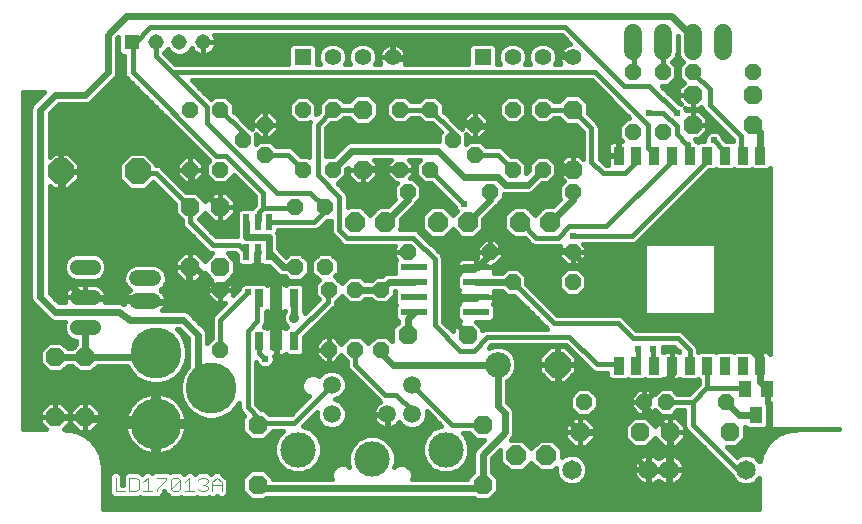
<source format=gtl>
G75*
%MOIN*%
%OFA0B0*%
%FSLAX25Y25*%
%IPPOS*%
%LPD*%
%AMOC8*
5,1,8,0,0,1.08239X$1,22.5*
%
%ADD10C,0.00400*%
%ADD11OC8,0.06300*%
%ADD12C,0.05200*%
%ADD13R,0.05543X0.05543*%
%ADD14C,0.05543*%
%ADD15R,0.05150X0.05150*%
%ADD16C,0.05150*%
%ADD17C,0.17000*%
%ADD18C,0.06000*%
%ADD19OC8,0.06600*%
%ADD20OC8,0.05200*%
%ADD21OC8,0.08500*%
%ADD22C,0.06496*%
%ADD23R,0.03543X0.05846*%
%ADD24C,0.05150*%
%ADD25R,0.03937X0.05512*%
%ADD26R,0.02200X0.05200*%
%ADD27R,0.08700X0.02400*%
%ADD28C,0.11811*%
%ADD29C,0.05937*%
%ADD30C,0.08600*%
%ADD31OC8,0.08600*%
%ADD32R,0.02756X0.05906*%
%ADD33R,0.03937X0.05906*%
%ADD34C,0.02400*%
%ADD35C,0.03600*%
%ADD36C,0.01600*%
%ADD37C,0.04000*%
%ADD38C,0.02200*%
%ADD39C,0.02400*%
D10*
X0079794Y0096633D02*
X0082864Y0096633D01*
X0084398Y0096633D02*
X0084398Y0101237D01*
X0086700Y0101237D01*
X0087468Y0100470D01*
X0087468Y0097400D01*
X0086700Y0096633D01*
X0084398Y0096633D01*
X0089002Y0096633D02*
X0092072Y0096633D01*
X0093606Y0096633D02*
X0093606Y0097400D01*
X0096676Y0100470D01*
X0096676Y0101237D01*
X0093606Y0101237D01*
X0090537Y0101237D02*
X0090537Y0096633D01*
X0089002Y0099702D02*
X0090537Y0101237D01*
X0098210Y0100470D02*
X0098210Y0097400D01*
X0101279Y0100470D01*
X0101279Y0097400D01*
X0100512Y0096633D01*
X0098977Y0096633D01*
X0098210Y0097400D01*
X0098210Y0100470D02*
X0098977Y0101237D01*
X0100512Y0101237D01*
X0101279Y0100470D01*
X0102814Y0099702D02*
X0104349Y0101237D01*
X0104349Y0096633D01*
X0105883Y0096633D02*
X0102814Y0096633D01*
X0107418Y0097400D02*
X0108185Y0096633D01*
X0109720Y0096633D01*
X0110487Y0097400D01*
X0110487Y0098168D01*
X0109720Y0098935D01*
X0108953Y0098935D01*
X0109720Y0098935D02*
X0110487Y0099702D01*
X0110487Y0100470D01*
X0109720Y0101237D01*
X0108185Y0101237D01*
X0107418Y0100470D01*
X0112022Y0099702D02*
X0112022Y0096633D01*
X0112022Y0098935D02*
X0115091Y0098935D01*
X0115091Y0099702D02*
X0115091Y0096633D01*
X0115091Y0099702D02*
X0113557Y0101237D01*
X0112022Y0099702D01*
X0079794Y0101237D02*
X0079794Y0096633D01*
D11*
X0069594Y0121433D03*
X0059594Y0121433D03*
X0059594Y0141433D03*
X0069594Y0141433D03*
X0104594Y0171433D03*
X0114594Y0171433D03*
X0114594Y0191433D03*
X0104594Y0191433D03*
X0162094Y0203933D03*
X0162094Y0223933D03*
X0232094Y0223933D03*
X0232094Y0203933D03*
X0272094Y0218933D03*
X0272094Y0228933D03*
X0292094Y0228933D03*
X0292094Y0218933D03*
X0197094Y0148933D03*
X0177094Y0148933D03*
X0202094Y0118933D03*
X0202094Y0098933D03*
X0234594Y0116433D03*
X0254594Y0116433D03*
X0264594Y0116433D03*
X0284594Y0116433D03*
X0127094Y0118933D03*
X0127094Y0098933D03*
D12*
X0092194Y0160183D02*
X0086994Y0160183D01*
X0086994Y0167683D02*
X0092194Y0167683D01*
D13*
X0142094Y0241433D03*
X0202094Y0241433D03*
D14*
X0212094Y0241433D03*
X0222094Y0241433D03*
X0232094Y0241433D03*
X0172094Y0241433D03*
X0162094Y0241433D03*
X0152094Y0241433D03*
D15*
X0085283Y0246433D03*
D16*
X0093157Y0246433D03*
X0101031Y0246433D03*
X0108906Y0246433D03*
D17*
X0093157Y0142870D03*
X0111661Y0131059D03*
X0093157Y0119248D03*
D18*
X0252094Y0243433D02*
X0252094Y0249433D01*
X0262094Y0249433D02*
X0262094Y0243433D01*
X0272094Y0243433D02*
X0272094Y0249433D01*
X0282094Y0249433D02*
X0282094Y0243433D01*
D19*
X0224594Y0186433D03*
X0214594Y0186433D03*
X0197094Y0186433D03*
X0187094Y0186433D03*
X0169594Y0186433D03*
X0159594Y0186433D03*
X0213354Y0108618D03*
X0223354Y0108618D03*
D20*
X0235844Y0126433D03*
X0255844Y0126433D03*
X0263344Y0126433D03*
X0283344Y0126433D03*
X0232094Y0166433D03*
X0232094Y0176433D03*
X0212094Y0166433D03*
X0204594Y0176433D03*
X0204594Y0196433D03*
X0212094Y0203933D03*
X0222094Y0203933D03*
X0232094Y0196433D03*
X0252094Y0216433D03*
X0262094Y0216433D03*
X0262094Y0236433D03*
X0272094Y0236433D03*
X0252094Y0236433D03*
X0222094Y0223933D03*
X0212094Y0223933D03*
X0199594Y0218933D03*
X0192094Y0213933D03*
X0199594Y0208933D03*
X0184594Y0203933D03*
X0174594Y0203933D03*
X0177094Y0196433D03*
X0177094Y0176433D03*
X0168344Y0163933D03*
X0159594Y0163933D03*
X0150844Y0163933D03*
X0149594Y0171433D03*
X0139594Y0171433D03*
X0139594Y0191433D03*
X0149594Y0191433D03*
X0152094Y0203933D03*
X0142094Y0203933D03*
X0129594Y0208933D03*
X0122094Y0213933D03*
X0129594Y0218933D03*
X0142094Y0223933D03*
X0152094Y0223933D03*
X0174594Y0223933D03*
X0184594Y0223933D03*
X0114594Y0223933D03*
X0104594Y0223933D03*
X0104594Y0203933D03*
X0114594Y0203933D03*
X0114594Y0163933D03*
X0114594Y0143933D03*
X0150844Y0143933D03*
X0159594Y0143933D03*
X0168344Y0143933D03*
X0292094Y0236433D03*
D21*
X0087099Y0203323D03*
X0061499Y0203323D03*
D22*
X0231799Y0103933D03*
X0257390Y0103933D03*
X0264299Y0103933D03*
X0289890Y0103933D03*
D23*
X0288827Y0138569D03*
X0294732Y0138569D03*
X0282921Y0138569D03*
X0277016Y0138569D03*
X0271110Y0138569D03*
X0265205Y0138569D03*
X0259299Y0138569D03*
X0253394Y0138569D03*
X0247488Y0138569D03*
X0247488Y0208589D03*
X0253394Y0208589D03*
X0259299Y0208589D03*
X0265205Y0208589D03*
X0271110Y0208589D03*
X0277016Y0208589D03*
X0282921Y0208589D03*
X0288827Y0208589D03*
X0294732Y0208589D03*
D24*
X0072169Y0171433D02*
X0067020Y0171433D01*
X0067020Y0161433D02*
X0072169Y0161433D01*
X0072169Y0151433D02*
X0067020Y0151433D01*
D25*
X0289604Y0130764D03*
X0297085Y0130764D03*
X0293344Y0122102D03*
D26*
X0130794Y0176333D03*
X0127094Y0176333D03*
X0123394Y0176333D03*
X0123394Y0186533D03*
X0127094Y0186533D03*
X0130794Y0186533D03*
D27*
X0179294Y0171433D03*
X0179294Y0166433D03*
X0179294Y0161433D03*
X0179294Y0156433D03*
X0199894Y0156433D03*
X0199894Y0161433D03*
X0199894Y0166433D03*
X0199894Y0171433D03*
D28*
X0189811Y0110587D03*
X0165205Y0107437D03*
X0140598Y0110587D03*
D29*
X0151819Y0122398D03*
X0151819Y0132240D03*
X0170323Y0122398D03*
X0178591Y0122398D03*
X0178591Y0132240D03*
D30*
X0207094Y0138933D03*
D31*
X0227094Y0138933D03*
D32*
X0139250Y0146650D03*
X0127439Y0146650D03*
X0127439Y0161217D03*
X0139250Y0161217D03*
D33*
X0133344Y0161217D03*
X0133344Y0146650D03*
D34*
X0139394Y0154583D02*
X0139394Y0161083D01*
X0139250Y0161217D01*
X0127044Y0172783D02*
X0123794Y0169533D01*
X0120544Y0169533D01*
X0114694Y0163683D01*
X0114044Y0163683D02*
X0106894Y0170833D01*
X0104944Y0170833D01*
X0104594Y0171433D01*
X0104294Y0170183D01*
X0104294Y0166933D01*
X0097144Y0159783D01*
X0090644Y0159783D01*
X0089594Y0160183D01*
X0088694Y0161083D01*
X0069844Y0161083D01*
X0069594Y0161433D01*
X0068544Y0161733D01*
X0062044Y0168233D01*
X0062044Y0202683D01*
X0061499Y0203323D01*
X0054594Y0223933D02*
X0054594Y0161433D01*
X0059594Y0156433D01*
X0080844Y0156433D01*
X0084594Y0153933D01*
X0102094Y0153933D01*
X0107094Y0148933D01*
X0107094Y0133933D01*
X0108787Y0133933D01*
X0111661Y0131059D01*
X0093157Y0119248D02*
X0092594Y0119483D01*
X0091294Y0120783D01*
X0070494Y0120783D01*
X0069594Y0121433D01*
X0059594Y0121433D01*
X0127044Y0172783D02*
X0127044Y0176033D01*
X0127094Y0176333D01*
X0114594Y0191433D02*
X0114044Y0191633D01*
X0104944Y0200733D01*
X0104944Y0203333D01*
X0104594Y0203933D01*
X0128994Y0218933D02*
X0129594Y0218933D01*
X0162094Y0203933D02*
X0162144Y0203983D01*
X0174494Y0203983D01*
X0174594Y0203933D01*
X0197244Y0218933D02*
X0183594Y0232583D01*
X0175844Y0241433D02*
X0192094Y0241433D01*
X0197094Y0246433D01*
X0197894Y0246883D02*
X0224544Y0246883D01*
X0229744Y0241683D01*
X0231044Y0241683D01*
X0232094Y0241433D01*
X0215444Y0218283D02*
X0200494Y0218283D01*
X0199594Y0218933D01*
X0197244Y0218933D01*
X0215444Y0218283D02*
X0229744Y0203983D01*
X0231694Y0203983D01*
X0232094Y0203933D01*
X0229094Y0203333D01*
X0218044Y0192283D01*
X0212194Y0192283D01*
X0208294Y0188383D01*
X0208294Y0176683D01*
X0231044Y0176683D01*
X0232094Y0176433D01*
X0232344Y0176033D01*
X0237544Y0170833D01*
X0237544Y0166933D01*
X0249894Y0154583D01*
X0278494Y0154583D01*
X0278494Y0153933D01*
X0278494Y0154583D02*
X0281094Y0154583D01*
X0294744Y0140933D01*
X0294744Y0139633D01*
X0294732Y0138569D01*
X0294732Y0133116D01*
X0297085Y0130764D01*
X0265205Y0135793D02*
X0255844Y0126433D01*
X0255844Y0125183D01*
X0264594Y0116433D01*
X0264594Y0104228D01*
X0264299Y0103933D01*
X0257390Y0103933D01*
X0257694Y0103883D01*
X0257094Y0103933D01*
X0244594Y0116433D01*
X0234594Y0116433D01*
X0227094Y0123933D01*
X0227094Y0138933D01*
X0197094Y0148933D02*
X0196594Y0149383D01*
X0192694Y0153283D01*
X0192694Y0158483D01*
X0195294Y0161083D01*
X0192694Y0163683D01*
X0192694Y0168233D01*
X0195294Y0170833D01*
X0199194Y0170833D01*
X0199894Y0171433D01*
X0200494Y0171483D01*
X0205044Y0176033D01*
X0204594Y0176433D01*
X0205694Y0176683D01*
X0208294Y0176683D01*
X0199894Y0161433D02*
X0199844Y0161083D01*
X0195294Y0161083D01*
X0265205Y0138569D02*
X0265205Y0135793D01*
X0175144Y0241033D02*
X0172544Y0241033D01*
X0172094Y0241433D01*
X0109494Y0246233D02*
X0108906Y0246433D01*
X0083344Y0255183D02*
X0077094Y0248933D01*
X0077094Y0236433D01*
X0069594Y0228933D01*
X0059594Y0228933D01*
X0054594Y0223933D01*
X0083344Y0255183D02*
X0264594Y0255183D01*
X0265494Y0254683D01*
X0271994Y0248183D01*
X0271994Y0246883D01*
X0272094Y0246433D01*
D35*
X0278494Y0153933D03*
X0139394Y0154583D03*
D36*
X0075454Y0104383D02*
X0075454Y0090733D01*
X0294326Y0090733D01*
X0294326Y0100947D01*
X0292863Y0099484D01*
X0290934Y0098685D01*
X0288846Y0098685D01*
X0286917Y0099484D01*
X0285441Y0100960D01*
X0284969Y0102099D01*
X0270508Y0116559D01*
X0270508Y0116559D01*
X0269721Y0117347D01*
X0269544Y0117773D01*
X0269544Y0116433D01*
X0264595Y0116433D01*
X0264595Y0116433D01*
X0269544Y0116433D01*
X0269544Y0114383D01*
X0266645Y0111483D01*
X0264595Y0111483D01*
X0264595Y0116433D01*
X0264594Y0116433D01*
X0264594Y0111483D01*
X0262544Y0111483D01*
X0259736Y0114291D01*
X0256728Y0111283D01*
X0252461Y0111283D01*
X0249444Y0114300D01*
X0249444Y0118566D01*
X0252461Y0121583D01*
X0256728Y0121583D01*
X0259736Y0118575D01*
X0262544Y0121383D01*
X0264594Y0121383D01*
X0264594Y0116433D01*
X0264595Y0116433D01*
X0264595Y0121383D01*
X0266645Y0121383D01*
X0269294Y0118733D01*
X0269294Y0123633D01*
X0267050Y0123633D01*
X0265250Y0121833D01*
X0261439Y0121833D01*
X0259453Y0123819D01*
X0257667Y0122033D01*
X0255845Y0122033D01*
X0255845Y0126433D01*
X0255844Y0126433D01*
X0251444Y0126433D01*
X0251444Y0124611D01*
X0254022Y0122033D01*
X0255844Y0122033D01*
X0255844Y0126433D01*
X0255844Y0126433D01*
X0251444Y0126433D01*
X0251444Y0128256D01*
X0254022Y0130833D01*
X0255844Y0130833D01*
X0255844Y0126433D01*
X0255845Y0126433D01*
X0255845Y0130833D01*
X0257667Y0130833D01*
X0259453Y0129047D01*
X0261439Y0131033D01*
X0265250Y0131033D01*
X0267050Y0129233D01*
X0270935Y0129233D01*
X0274216Y0132514D01*
X0274216Y0133846D01*
X0274063Y0133998D01*
X0273710Y0133646D01*
X0268510Y0133646D01*
X0267998Y0134157D01*
X0267671Y0133968D01*
X0267213Y0133846D01*
X0265291Y0133846D01*
X0265291Y0138483D01*
X0265119Y0138483D01*
X0265119Y0133846D01*
X0263196Y0133846D01*
X0262738Y0133968D01*
X0262411Y0134157D01*
X0261899Y0133646D01*
X0256699Y0133646D01*
X0256346Y0133998D01*
X0255994Y0133646D01*
X0250794Y0133646D01*
X0250441Y0133998D01*
X0250088Y0133646D01*
X0244888Y0133646D01*
X0243717Y0134817D01*
X0243717Y0136183D01*
X0239588Y0136183D01*
X0238558Y0136609D01*
X0229885Y0145283D01*
X0204904Y0145283D01*
X0204156Y0144535D01*
X0205841Y0145233D01*
X0208348Y0145233D01*
X0210663Y0144274D01*
X0212435Y0142502D01*
X0213394Y0140186D01*
X0213394Y0137680D01*
X0212435Y0135364D01*
X0210663Y0133592D01*
X0210194Y0133398D01*
X0210194Y0126467D01*
X0212223Y0124439D01*
X0212694Y0123300D01*
X0212694Y0115816D01*
X0212223Y0114677D01*
X0211464Y0113918D01*
X0215550Y0113918D01*
X0218354Y0111113D01*
X0221159Y0113918D01*
X0225550Y0113918D01*
X0228654Y0110813D01*
X0228654Y0108210D01*
X0228826Y0108382D01*
X0230755Y0109181D01*
X0232843Y0109181D01*
X0234772Y0108382D01*
X0236248Y0106906D01*
X0237047Y0104977D01*
X0237047Y0102889D01*
X0236248Y0100960D01*
X0234772Y0099484D01*
X0232843Y0098685D01*
X0230755Y0098685D01*
X0228826Y0099484D01*
X0227350Y0100960D01*
X0226551Y0102889D01*
X0226551Y0104320D01*
X0225550Y0103318D01*
X0221159Y0103318D01*
X0218354Y0106123D01*
X0215550Y0103318D01*
X0211159Y0103318D01*
X0208054Y0106423D01*
X0208054Y0110509D01*
X0205194Y0107649D01*
X0205194Y0103116D01*
X0207244Y0101066D01*
X0207244Y0096800D01*
X0204228Y0093783D01*
X0199961Y0093783D01*
X0199161Y0094583D01*
X0130335Y0094583D01*
X0130282Y0094561D01*
X0129829Y0094335D01*
X0129775Y0094331D01*
X0129228Y0093783D01*
X0124961Y0093783D01*
X0121944Y0096800D01*
X0121944Y0101066D01*
X0124961Y0104083D01*
X0129228Y0104083D01*
X0132244Y0101066D01*
X0132244Y0100783D01*
X0151756Y0100783D01*
X0151594Y0101176D01*
X0151594Y0102675D01*
X0152167Y0104060D01*
X0153228Y0105120D01*
X0154613Y0105694D01*
X0156112Y0105694D01*
X0157497Y0105120D01*
X0157686Y0104931D01*
X0157299Y0105864D01*
X0157299Y0109010D01*
X0158503Y0111915D01*
X0160727Y0114139D01*
X0163632Y0115343D01*
X0166777Y0115343D01*
X0169683Y0114139D01*
X0171907Y0111915D01*
X0173110Y0109010D01*
X0173110Y0105864D01*
X0172724Y0104931D01*
X0172913Y0105120D01*
X0174298Y0105694D01*
X0175797Y0105694D01*
X0177182Y0105120D01*
X0178242Y0104060D01*
X0178816Y0102675D01*
X0178816Y0101176D01*
X0178653Y0100783D01*
X0196944Y0100783D01*
X0196944Y0101066D01*
X0198994Y0103116D01*
X0198994Y0109550D01*
X0199466Y0110689D01*
X0202560Y0113783D01*
X0199961Y0113783D01*
X0197611Y0116133D01*
X0195445Y0116133D01*
X0196513Y0115065D01*
X0197717Y0112159D01*
X0197717Y0109014D01*
X0196513Y0106109D01*
X0194289Y0103885D01*
X0191384Y0102681D01*
X0188239Y0102681D01*
X0185333Y0103885D01*
X0183109Y0106109D01*
X0181906Y0109014D01*
X0181906Y0112159D01*
X0183109Y0115065D01*
X0185333Y0117289D01*
X0188239Y0118492D01*
X0188379Y0118492D01*
X0183559Y0123312D01*
X0183559Y0121409D01*
X0182803Y0119583D01*
X0181405Y0118186D01*
X0179579Y0117429D01*
X0177602Y0117429D01*
X0175776Y0118186D01*
X0174378Y0119583D01*
X0174304Y0119764D01*
X0173960Y0119291D01*
X0173429Y0118760D01*
X0172822Y0118319D01*
X0172153Y0117978D01*
X0171439Y0117747D01*
X0170698Y0117629D01*
X0170507Y0117629D01*
X0170507Y0122213D01*
X0170139Y0122213D01*
X0170139Y0117629D01*
X0169948Y0117629D01*
X0169206Y0117747D01*
X0168492Y0117978D01*
X0167824Y0118319D01*
X0167216Y0118760D01*
X0166686Y0119291D01*
X0166244Y0119898D01*
X0165904Y0120567D01*
X0165672Y0121281D01*
X0165554Y0122022D01*
X0165554Y0122213D01*
X0170138Y0122213D01*
X0170138Y0122582D01*
X0165554Y0122582D01*
X0165554Y0122773D01*
X0165672Y0123514D01*
X0165904Y0124228D01*
X0166244Y0124897D01*
X0166686Y0125504D01*
X0167216Y0126035D01*
X0167824Y0126476D01*
X0168001Y0126567D01*
X0167221Y0127347D01*
X0157221Y0137347D01*
X0156794Y0138376D01*
X0156794Y0140228D01*
X0155078Y0141944D01*
X0152667Y0139533D01*
X0150845Y0139533D01*
X0150845Y0143933D01*
X0150844Y0143933D01*
X0146444Y0143933D01*
X0146444Y0142111D01*
X0149022Y0139533D01*
X0150844Y0139533D01*
X0150844Y0143933D01*
X0150844Y0143933D01*
X0146444Y0143933D01*
X0146444Y0145756D01*
X0149022Y0148333D01*
X0150844Y0148333D01*
X0150844Y0143933D01*
X0150845Y0143933D01*
X0150845Y0148333D01*
X0152667Y0148333D01*
X0155078Y0145922D01*
X0157689Y0148533D01*
X0161500Y0148533D01*
X0163969Y0146063D01*
X0166439Y0148533D01*
X0170250Y0148533D01*
X0171944Y0146838D01*
X0171944Y0151066D01*
X0173994Y0153116D01*
X0173994Y0153355D01*
X0172944Y0154405D01*
X0172944Y0158461D01*
X0173416Y0158933D01*
X0172944Y0159405D01*
X0172944Y0163333D01*
X0172944Y0163333D01*
X0172944Y0162028D01*
X0170250Y0159333D01*
X0166439Y0159333D01*
X0164939Y0160833D01*
X0163000Y0160833D01*
X0161500Y0159333D01*
X0157689Y0159333D01*
X0155219Y0161803D01*
X0153244Y0159828D01*
X0153244Y0159226D01*
X0152818Y0158197D01*
X0152031Y0157409D01*
X0142628Y0148007D01*
X0142628Y0142868D01*
X0141456Y0141697D01*
X0137044Y0141697D01*
X0136451Y0142289D01*
X0136418Y0142256D01*
X0136008Y0142020D01*
X0135550Y0141897D01*
X0133529Y0141897D01*
X0133529Y0146465D01*
X0133160Y0146465D01*
X0133160Y0141897D01*
X0132709Y0141897D01*
X0132844Y0141570D01*
X0132844Y0140297D01*
X0132357Y0139120D01*
X0131457Y0138220D01*
X0130281Y0137733D01*
X0129008Y0137733D01*
X0127832Y0138220D01*
X0126932Y0139120D01*
X0126594Y0139934D01*
X0126594Y0125843D01*
X0128354Y0124083D01*
X0129228Y0124083D01*
X0131028Y0122283D01*
X0138235Y0122283D01*
X0144246Y0128295D01*
X0143385Y0128652D01*
X0142325Y0129712D01*
X0141751Y0131097D01*
X0141751Y0132596D01*
X0142325Y0133981D01*
X0143385Y0135041D01*
X0144770Y0135615D01*
X0146269Y0135615D01*
X0147611Y0135059D01*
X0149004Y0136452D01*
X0150831Y0137209D01*
X0152807Y0137209D01*
X0154633Y0136452D01*
X0156031Y0135055D01*
X0156787Y0133228D01*
X0156787Y0131252D01*
X0156031Y0129426D01*
X0154633Y0128028D01*
X0152921Y0127319D01*
X0154633Y0126610D01*
X0156031Y0125212D01*
X0156787Y0123386D01*
X0156787Y0121409D01*
X0156031Y0119583D01*
X0154633Y0118186D01*
X0152807Y0117429D01*
X0150831Y0117429D01*
X0149004Y0118186D01*
X0147607Y0119583D01*
X0146850Y0121409D01*
X0146850Y0122979D01*
X0142307Y0118436D01*
X0145077Y0117289D01*
X0147300Y0115065D01*
X0148504Y0112159D01*
X0148504Y0109014D01*
X0147300Y0106109D01*
X0145077Y0103885D01*
X0142171Y0102681D01*
X0139026Y0102681D01*
X0136120Y0103885D01*
X0133896Y0106109D01*
X0132693Y0109014D01*
X0132693Y0112159D01*
X0133896Y0115065D01*
X0135515Y0116683D01*
X0132128Y0116683D01*
X0129228Y0113783D01*
X0124961Y0113783D01*
X0121944Y0116800D01*
X0121944Y0121066D01*
X0122698Y0121820D01*
X0121421Y0123097D01*
X0120994Y0124126D01*
X0120994Y0126224D01*
X0120063Y0124612D01*
X0118109Y0122657D01*
X0115714Y0121275D01*
X0113044Y0120559D01*
X0110279Y0120559D01*
X0107609Y0121275D01*
X0105214Y0122657D01*
X0103259Y0124612D01*
X0101877Y0127006D01*
X0101161Y0129677D01*
X0101161Y0132441D01*
X0101877Y0135112D01*
X0103259Y0137506D01*
X0103894Y0138141D01*
X0103894Y0147608D01*
X0100769Y0150733D01*
X0100144Y0150733D01*
X0101560Y0149317D01*
X0102942Y0146923D01*
X0103657Y0144252D01*
X0103657Y0141488D01*
X0102942Y0138817D01*
X0101560Y0136423D01*
X0099605Y0134468D01*
X0097210Y0133086D01*
X0094540Y0132370D01*
X0091775Y0132370D01*
X0089105Y0133086D01*
X0086710Y0134468D01*
X0084755Y0136423D01*
X0083653Y0138333D01*
X0073778Y0138333D01*
X0071728Y0136283D01*
X0067461Y0136283D01*
X0065411Y0138333D01*
X0063778Y0138333D01*
X0061728Y0136283D01*
X0057461Y0136283D01*
X0054444Y0139300D01*
X0054444Y0143566D01*
X0057461Y0146583D01*
X0061728Y0146583D01*
X0063778Y0144533D01*
X0065411Y0144533D01*
X0066494Y0145616D01*
X0066494Y0146858D01*
X0066110Y0146858D01*
X0064428Y0147555D01*
X0063141Y0148842D01*
X0062445Y0150523D01*
X0062445Y0152343D01*
X0062814Y0153233D01*
X0058958Y0153233D01*
X0057782Y0153720D01*
X0056882Y0154620D01*
X0051882Y0159620D01*
X0051394Y0160797D01*
X0051394Y0224570D01*
X0051882Y0225746D01*
X0052782Y0226646D01*
X0056001Y0229865D01*
X0048894Y0229865D01*
X0048894Y0117292D01*
X0056735Y0117292D01*
X0054644Y0119383D01*
X0054644Y0121433D01*
X0059594Y0121433D01*
X0059594Y0121433D01*
X0054644Y0121433D01*
X0054644Y0123483D01*
X0057544Y0126383D01*
X0059594Y0126383D01*
X0059594Y0121433D01*
X0059595Y0121433D01*
X0059595Y0121433D01*
X0064544Y0121433D01*
X0064544Y0119383D01*
X0062454Y0117292D01*
X0062544Y0117292D01*
X0062569Y0117314D01*
X0062871Y0117292D01*
X0063174Y0117292D01*
X0063197Y0117269D01*
X0064315Y0117189D01*
X0064370Y0117224D01*
X0064638Y0117166D01*
X0064911Y0117146D01*
X0064954Y0117097D01*
X0066080Y0116852D01*
X0066139Y0116879D01*
X0066396Y0116783D01*
X0066664Y0116725D01*
X0066699Y0116670D01*
X0067779Y0116267D01*
X0067842Y0116286D01*
X0068082Y0116154D01*
X0068339Y0116059D01*
X0068366Y0115999D01*
X0069378Y0115447D01*
X0069442Y0115456D01*
X0069662Y0115292D01*
X0069902Y0115160D01*
X0069921Y0115098D01*
X0070843Y0114407D01*
X0070908Y0114407D01*
X0071102Y0114213D01*
X0071322Y0114049D01*
X0071331Y0113985D01*
X0072146Y0113170D01*
X0072211Y0113160D01*
X0072375Y0112941D01*
X0072569Y0112747D01*
X0072569Y0112682D01*
X0073259Y0111759D01*
X0073322Y0111741D01*
X0073453Y0111500D01*
X0073618Y0111281D01*
X0073608Y0111216D01*
X0074161Y0110205D01*
X0074220Y0110178D01*
X0074316Y0109921D01*
X0074447Y0109680D01*
X0074429Y0109618D01*
X0074832Y0108538D01*
X0074886Y0108502D01*
X0074945Y0108235D01*
X0075040Y0107978D01*
X0075013Y0107919D01*
X0075258Y0106792D01*
X0075308Y0106750D01*
X0075327Y0106476D01*
X0075385Y0106208D01*
X0075350Y0106153D01*
X0075430Y0105036D01*
X0075454Y0105012D01*
X0075454Y0104710D01*
X0075475Y0104408D01*
X0075454Y0104383D01*
X0075454Y0104918D02*
X0135087Y0104918D01*
X0133727Y0106517D02*
X0075324Y0106517D01*
X0074989Y0108115D02*
X0133065Y0108115D01*
X0132693Y0109714D02*
X0097096Y0109714D01*
X0097105Y0109717D02*
X0098148Y0110219D01*
X0099127Y0110835D01*
X0100032Y0111556D01*
X0100850Y0112374D01*
X0101571Y0113278D01*
X0102186Y0114258D01*
X0102688Y0115300D01*
X0103071Y0116392D01*
X0103328Y0117520D01*
X0103432Y0118448D01*
X0093958Y0118448D01*
X0093958Y0120048D01*
X0103432Y0120048D01*
X0103328Y0120976D01*
X0103071Y0122104D01*
X0102688Y0123196D01*
X0102186Y0124238D01*
X0101571Y0125218D01*
X0100850Y0126122D01*
X0100032Y0126940D01*
X0099127Y0127662D01*
X0098148Y0128277D01*
X0097105Y0128779D01*
X0096013Y0129161D01*
X0094886Y0129418D01*
X0093957Y0129523D01*
X0093957Y0120048D01*
X0092357Y0120048D01*
X0092357Y0118448D01*
X0082882Y0118448D01*
X0082987Y0117520D01*
X0083244Y0116392D01*
X0083627Y0115300D01*
X0084128Y0114258D01*
X0084744Y0113278D01*
X0085465Y0112374D01*
X0086283Y0111556D01*
X0087188Y0110835D01*
X0088167Y0110219D01*
X0089210Y0109717D01*
X0090302Y0109335D01*
X0091429Y0109078D01*
X0092357Y0108973D01*
X0092357Y0118448D01*
X0093957Y0118448D01*
X0093957Y0108973D01*
X0094886Y0109078D01*
X0096013Y0109335D01*
X0097105Y0109717D01*
X0099726Y0111312D02*
X0132693Y0111312D01*
X0133004Y0112911D02*
X0101278Y0112911D01*
X0102308Y0114509D02*
X0124235Y0114509D01*
X0122637Y0116108D02*
X0102971Y0116108D01*
X0103349Y0117706D02*
X0121944Y0117706D01*
X0121944Y0119305D02*
X0093958Y0119305D01*
X0093957Y0120903D02*
X0092357Y0120903D01*
X0092357Y0120048D02*
X0092357Y0129523D01*
X0091429Y0129418D01*
X0090302Y0129161D01*
X0089210Y0128779D01*
X0088167Y0128277D01*
X0087188Y0127662D01*
X0086283Y0126940D01*
X0085465Y0126122D01*
X0084744Y0125218D01*
X0084128Y0124238D01*
X0083627Y0123196D01*
X0083244Y0122104D01*
X0082987Y0120976D01*
X0082882Y0120048D01*
X0092357Y0120048D01*
X0092357Y0119305D02*
X0074467Y0119305D01*
X0074544Y0119383D02*
X0074544Y0121433D01*
X0069595Y0121433D01*
X0069595Y0121433D01*
X0074544Y0121433D01*
X0074544Y0123483D01*
X0071645Y0126383D01*
X0069595Y0126383D01*
X0069595Y0121433D01*
X0069595Y0116483D01*
X0071645Y0116483D01*
X0074544Y0119383D01*
X0074544Y0120903D02*
X0082979Y0120903D01*
X0083384Y0122502D02*
X0074544Y0122502D01*
X0073928Y0124100D02*
X0084062Y0124100D01*
X0085128Y0125699D02*
X0072329Y0125699D01*
X0069595Y0125699D02*
X0069594Y0125699D01*
X0069594Y0126383D02*
X0067544Y0126383D01*
X0064644Y0123483D01*
X0064644Y0121433D01*
X0064644Y0119383D01*
X0067544Y0116483D01*
X0069594Y0116483D01*
X0069594Y0121433D01*
X0064644Y0121433D01*
X0069594Y0121433D01*
X0069594Y0121433D01*
X0069595Y0121433D01*
X0069594Y0121433D01*
X0069594Y0126383D01*
X0069594Y0124100D02*
X0069595Y0124100D01*
X0069594Y0122502D02*
X0069595Y0122502D01*
X0069594Y0120903D02*
X0069595Y0120903D01*
X0069594Y0119305D02*
X0069595Y0119305D01*
X0069594Y0117706D02*
X0069595Y0117706D01*
X0068207Y0116108D02*
X0083344Y0116108D01*
X0082966Y0117706D02*
X0072868Y0117706D01*
X0070707Y0114509D02*
X0084007Y0114509D01*
X0085037Y0112911D02*
X0072405Y0112911D01*
X0073594Y0111312D02*
X0086589Y0111312D01*
X0089219Y0109714D02*
X0074429Y0109714D01*
X0075454Y0103320D02*
X0078766Y0103320D01*
X0078883Y0103437D02*
X0077594Y0102148D01*
X0077594Y0095722D01*
X0078883Y0094433D01*
X0086691Y0094433D01*
X0087612Y0094433D01*
X0087851Y0094673D01*
X0088091Y0094433D01*
X0094518Y0094433D01*
X0095806Y0095722D01*
X0095806Y0096489D01*
X0096010Y0096693D01*
X0096010Y0096489D01*
X0096029Y0096470D01*
X0098066Y0094433D01*
X0100521Y0094433D01*
X0101423Y0094433D01*
X0101423Y0094433D01*
X0101423Y0094433D01*
X0101663Y0094673D01*
X0101903Y0094433D01*
X0106795Y0094433D01*
X0107034Y0094673D01*
X0107274Y0094433D01*
X0109729Y0094433D01*
X0110631Y0094433D01*
X0110631Y0094433D01*
X0110631Y0094433D01*
X0110871Y0094673D01*
X0111111Y0094433D01*
X0112933Y0094433D01*
X0113557Y0095056D01*
X0114180Y0094433D01*
X0116003Y0094433D01*
X0117291Y0095722D01*
X0117291Y0100614D01*
X0116003Y0101902D01*
X0114468Y0103437D01*
X0112645Y0103437D01*
X0111638Y0102430D01*
X0111399Y0102670D01*
X0110631Y0103437D01*
X0109097Y0103437D01*
X0109097Y0103437D01*
X0108195Y0103437D01*
X0107274Y0103437D01*
X0106267Y0102430D01*
X0105260Y0103437D01*
X0103437Y0103437D01*
X0102430Y0102430D01*
X0102191Y0102670D01*
X0101423Y0103437D01*
X0099889Y0103437D01*
X0099889Y0103437D01*
X0098987Y0103437D01*
X0098066Y0103437D01*
X0097827Y0103197D01*
X0097587Y0103437D01*
X0092695Y0103437D01*
X0092072Y0102814D01*
X0091448Y0103437D01*
X0089626Y0103437D01*
X0088619Y0102430D01*
X0087612Y0103437D01*
X0083487Y0103437D01*
X0082198Y0102148D01*
X0082198Y0098833D01*
X0081994Y0098833D01*
X0081994Y0102148D01*
X0080706Y0103437D01*
X0078883Y0103437D01*
X0080823Y0103320D02*
X0083370Y0103320D01*
X0082198Y0101721D02*
X0081994Y0101721D01*
X0081994Y0100123D02*
X0082198Y0100123D01*
X0077594Y0100123D02*
X0075454Y0100123D01*
X0075454Y0101721D02*
X0077594Y0101721D01*
X0077594Y0098524D02*
X0075454Y0098524D01*
X0075454Y0096926D02*
X0077594Y0096926D01*
X0077989Y0095327D02*
X0075454Y0095327D01*
X0075454Y0093729D02*
X0294326Y0093729D01*
X0294326Y0095327D02*
X0205772Y0095327D01*
X0207244Y0096926D02*
X0294326Y0096926D01*
X0294326Y0098524D02*
X0207244Y0098524D01*
X0207244Y0100123D02*
X0228188Y0100123D01*
X0227035Y0101721D02*
X0206590Y0101721D01*
X0205194Y0103320D02*
X0211157Y0103320D01*
X0209559Y0104918D02*
X0205194Y0104918D01*
X0205194Y0106517D02*
X0208054Y0106517D01*
X0208054Y0108115D02*
X0205661Y0108115D01*
X0207259Y0109714D02*
X0208054Y0109714D01*
X0212055Y0114509D02*
X0229644Y0114509D01*
X0229644Y0114383D02*
X0232544Y0111483D01*
X0234594Y0111483D01*
X0234594Y0116433D01*
X0229644Y0116433D01*
X0229644Y0114383D01*
X0229644Y0116108D02*
X0212694Y0116108D01*
X0212694Y0117706D02*
X0229644Y0117706D01*
X0229644Y0118483D02*
X0229644Y0116433D01*
X0234594Y0116433D01*
X0234594Y0116433D01*
X0234595Y0116433D01*
X0234595Y0116433D01*
X0239544Y0116433D01*
X0239544Y0114383D01*
X0236645Y0111483D01*
X0234595Y0111483D01*
X0234595Y0116433D01*
X0239544Y0116433D01*
X0239544Y0118483D01*
X0236645Y0121383D01*
X0234595Y0121383D01*
X0234595Y0116433D01*
X0234594Y0116433D01*
X0234594Y0121383D01*
X0232544Y0121383D01*
X0229644Y0118483D01*
X0230466Y0119305D02*
X0212694Y0119305D01*
X0212694Y0120903D02*
X0232064Y0120903D01*
X0233270Y0122502D02*
X0212694Y0122502D01*
X0212363Y0124100D02*
X0231672Y0124100D01*
X0231244Y0124528D02*
X0233939Y0121833D01*
X0237750Y0121833D01*
X0240444Y0124528D01*
X0240444Y0128338D01*
X0237750Y0131033D01*
X0233939Y0131033D01*
X0231244Y0128338D01*
X0231244Y0124528D01*
X0231244Y0125699D02*
X0210963Y0125699D01*
X0210194Y0127297D02*
X0231244Y0127297D01*
X0231802Y0128896D02*
X0210194Y0128896D01*
X0210194Y0130494D02*
X0233400Y0130494D01*
X0230479Y0133691D02*
X0244842Y0133691D01*
X0243717Y0135290D02*
X0232078Y0135290D01*
X0233194Y0136406D02*
X0229621Y0132833D01*
X0227294Y0132833D01*
X0227294Y0138733D01*
X0226894Y0138733D01*
X0220994Y0138733D01*
X0220994Y0136406D01*
X0224568Y0132833D01*
X0226894Y0132833D01*
X0226894Y0138733D01*
X0226894Y0139133D01*
X0220994Y0139133D01*
X0220994Y0141460D01*
X0224568Y0145033D01*
X0226894Y0145033D01*
X0226894Y0139133D01*
X0227294Y0139133D01*
X0227294Y0145033D01*
X0229621Y0145033D01*
X0233194Y0141460D01*
X0233194Y0139133D01*
X0227295Y0139133D01*
X0227295Y0138733D01*
X0233194Y0138733D01*
X0233194Y0136406D01*
X0233194Y0136888D02*
X0238279Y0136888D01*
X0236681Y0138487D02*
X0233194Y0138487D01*
X0233194Y0140085D02*
X0235082Y0140085D01*
X0233484Y0141684D02*
X0232970Y0141684D01*
X0231885Y0143282D02*
X0231372Y0143282D01*
X0230287Y0144881D02*
X0229773Y0144881D01*
X0227294Y0144881D02*
X0226894Y0144881D01*
X0226894Y0143282D02*
X0227294Y0143282D01*
X0227294Y0141684D02*
X0226894Y0141684D01*
X0226894Y0140085D02*
X0227294Y0140085D01*
X0227294Y0138487D02*
X0226894Y0138487D01*
X0226894Y0136888D02*
X0227294Y0136888D01*
X0227294Y0135290D02*
X0226894Y0135290D01*
X0226894Y0133691D02*
X0227294Y0133691D01*
X0223709Y0133691D02*
X0210762Y0133691D01*
X0210194Y0132093D02*
X0273795Y0132093D01*
X0273756Y0133691D02*
X0274216Y0133691D01*
X0277016Y0134012D02*
X0277016Y0138569D01*
X0277016Y0131354D01*
X0277194Y0131183D01*
X0289544Y0131183D01*
X0289604Y0130764D01*
X0296900Y0130579D02*
X0296900Y0126208D01*
X0296792Y0126208D01*
X0297313Y0125687D01*
X0297313Y0118518D01*
X0296141Y0117346D01*
X0290548Y0117346D01*
X0289744Y0118150D01*
X0289744Y0114300D01*
X0286728Y0111283D01*
X0283704Y0111283D01*
X0286761Y0108226D01*
X0286917Y0108382D01*
X0288846Y0109181D01*
X0290934Y0109181D01*
X0292863Y0108382D01*
X0294339Y0106906D01*
X0294462Y0106609D01*
X0294472Y0106750D01*
X0294521Y0106792D01*
X0294766Y0107919D01*
X0294739Y0107978D01*
X0294835Y0108235D01*
X0294893Y0108502D01*
X0294948Y0108538D01*
X0295351Y0109618D01*
X0295332Y0109680D01*
X0295464Y0109921D01*
X0295560Y0110178D01*
X0295619Y0110205D01*
X0296171Y0111216D01*
X0296162Y0111281D01*
X0296326Y0111500D01*
X0296458Y0111741D01*
X0296520Y0111759D01*
X0297211Y0112682D01*
X0297211Y0112747D01*
X0297405Y0112941D01*
X0297569Y0113160D01*
X0297633Y0113170D01*
X0298448Y0113985D01*
X0298458Y0114049D01*
X0298677Y0114213D01*
X0298871Y0114407D01*
X0298936Y0114407D01*
X0299859Y0115098D01*
X0299877Y0115160D01*
X0300118Y0115292D01*
X0300337Y0115456D01*
X0300402Y0115447D01*
X0301413Y0115999D01*
X0301440Y0116059D01*
X0301697Y0116154D01*
X0301938Y0116286D01*
X0302000Y0116267D01*
X0303080Y0116670D01*
X0303116Y0116725D01*
X0303383Y0116783D01*
X0303640Y0116879D01*
X0303700Y0116852D01*
X0304826Y0117097D01*
X0304869Y0117146D01*
X0305142Y0117166D01*
X0305410Y0117224D01*
X0305465Y0117189D01*
X0306582Y0117269D01*
X0306606Y0117292D01*
X0306908Y0117292D01*
X0307210Y0117314D01*
X0307235Y0117292D01*
X0320885Y0117292D01*
X0320885Y0117411D01*
X0298628Y0117411D01*
X0298013Y0118026D01*
X0298013Y0126208D01*
X0297269Y0126208D01*
X0297269Y0130579D01*
X0296900Y0130579D01*
X0296900Y0130494D02*
X0297269Y0130494D01*
X0297269Y0128896D02*
X0296900Y0128896D01*
X0296900Y0127297D02*
X0297269Y0127297D01*
X0297301Y0125699D02*
X0298013Y0125699D01*
X0298013Y0124100D02*
X0297313Y0124100D01*
X0297313Y0122502D02*
X0298013Y0122502D01*
X0298013Y0120903D02*
X0297313Y0120903D01*
X0297313Y0119305D02*
X0298013Y0119305D01*
X0298332Y0117706D02*
X0296501Y0117706D01*
X0299072Y0114509D02*
X0289744Y0114509D01*
X0289744Y0116108D02*
X0301572Y0116108D01*
X0297375Y0112911D02*
X0288355Y0112911D01*
X0286757Y0111312D02*
X0296185Y0111312D01*
X0295351Y0109714D02*
X0285274Y0109714D01*
X0280551Y0106517D02*
X0268648Y0106517D01*
X0268617Y0106579D02*
X0268150Y0107222D01*
X0267588Y0107783D01*
X0266945Y0108251D01*
X0266237Y0108611D01*
X0265481Y0108857D01*
X0264697Y0108981D01*
X0264582Y0108981D01*
X0264582Y0104216D01*
X0264017Y0104216D01*
X0264017Y0108981D01*
X0263902Y0108981D01*
X0263117Y0108857D01*
X0262361Y0108611D01*
X0261653Y0108251D01*
X0261011Y0107783D01*
X0260844Y0107617D01*
X0260678Y0107783D01*
X0260036Y0108251D01*
X0259328Y0108611D01*
X0258572Y0108857D01*
X0257787Y0108981D01*
X0257672Y0108981D01*
X0257672Y0104216D01*
X0257107Y0104216D01*
X0257107Y0108981D01*
X0256992Y0108981D01*
X0256208Y0108857D01*
X0255452Y0108611D01*
X0254744Y0108251D01*
X0254101Y0107783D01*
X0253539Y0107222D01*
X0253072Y0106579D01*
X0252712Y0105871D01*
X0252466Y0105115D01*
X0252342Y0104330D01*
X0252342Y0104216D01*
X0257107Y0104216D01*
X0257107Y0103650D01*
X0257672Y0103650D01*
X0257672Y0098885D01*
X0257787Y0098885D01*
X0258572Y0099009D01*
X0259328Y0099255D01*
X0260036Y0099616D01*
X0260678Y0100083D01*
X0260844Y0100249D01*
X0261011Y0100083D01*
X0261653Y0099616D01*
X0262361Y0099255D01*
X0263117Y0099009D01*
X0263902Y0098885D01*
X0264017Y0098885D01*
X0264017Y0103650D01*
X0264582Y0103650D01*
X0264582Y0098885D01*
X0264697Y0098885D01*
X0265481Y0099009D01*
X0266237Y0099255D01*
X0266945Y0099616D01*
X0267588Y0100083D01*
X0268150Y0100645D01*
X0268617Y0101287D01*
X0268977Y0101995D01*
X0269223Y0102751D01*
X0269347Y0103536D01*
X0269347Y0103650D01*
X0264582Y0103650D01*
X0264582Y0104216D01*
X0269347Y0104216D01*
X0269347Y0104330D01*
X0269223Y0105115D01*
X0268977Y0105871D01*
X0268617Y0106579D01*
X0269254Y0104918D02*
X0282150Y0104918D01*
X0283748Y0103320D02*
X0269313Y0103320D01*
X0268838Y0101721D02*
X0285126Y0101721D01*
X0286278Y0100123D02*
X0267628Y0100123D01*
X0264582Y0100123D02*
X0264017Y0100123D01*
X0264017Y0101721D02*
X0264582Y0101721D01*
X0264582Y0103320D02*
X0264017Y0103320D01*
X0264016Y0103650D02*
X0257673Y0103650D01*
X0257673Y0104216D01*
X0262438Y0104216D01*
X0264016Y0104216D01*
X0264016Y0103650D01*
X0264017Y0104918D02*
X0264582Y0104918D01*
X0264582Y0106517D02*
X0264017Y0106517D01*
X0264017Y0108115D02*
X0264582Y0108115D01*
X0267131Y0108115D02*
X0278953Y0108115D01*
X0277354Y0109714D02*
X0228654Y0109714D01*
X0228156Y0111312D02*
X0252432Y0111312D01*
X0250834Y0112911D02*
X0238073Y0112911D01*
X0239544Y0114509D02*
X0249444Y0114509D01*
X0249444Y0116108D02*
X0239544Y0116108D01*
X0239544Y0117706D02*
X0249444Y0117706D01*
X0250183Y0119305D02*
X0238723Y0119305D01*
X0237125Y0120903D02*
X0251782Y0120903D01*
X0253553Y0122502D02*
X0238419Y0122502D01*
X0240017Y0124100D02*
X0251955Y0124100D01*
X0251444Y0125699D02*
X0240444Y0125699D01*
X0240444Y0127297D02*
X0251444Y0127297D01*
X0252085Y0128896D02*
X0239887Y0128896D01*
X0238289Y0130494D02*
X0253683Y0130494D01*
X0255844Y0130494D02*
X0255845Y0130494D01*
X0255844Y0128896D02*
X0255845Y0128896D01*
X0255844Y0127297D02*
X0255845Y0127297D01*
X0255844Y0125699D02*
X0255845Y0125699D01*
X0255844Y0124100D02*
X0255845Y0124100D01*
X0255844Y0122502D02*
X0255845Y0122502D01*
X0257407Y0120903D02*
X0262064Y0120903D01*
X0260770Y0122502D02*
X0258136Y0122502D01*
X0259006Y0119305D02*
X0260466Y0119305D01*
X0264594Y0119305D02*
X0264595Y0119305D01*
X0264594Y0120903D02*
X0264595Y0120903D01*
X0265919Y0122502D02*
X0269294Y0122502D01*
X0269294Y0120903D02*
X0267125Y0120903D01*
X0268723Y0119305D02*
X0269294Y0119305D01*
X0269544Y0117706D02*
X0269572Y0117706D01*
X0269544Y0116108D02*
X0270960Y0116108D01*
X0269544Y0114509D02*
X0272559Y0114509D01*
X0274157Y0112911D02*
X0268073Y0112911D01*
X0264595Y0112911D02*
X0264594Y0112911D01*
X0264594Y0114509D02*
X0264595Y0114509D01*
X0264594Y0116108D02*
X0264595Y0116108D01*
X0264594Y0117706D02*
X0264595Y0117706D01*
X0261116Y0112911D02*
X0258355Y0112911D01*
X0256757Y0111312D02*
X0275756Y0111312D01*
X0272094Y0118933D02*
X0272094Y0126433D01*
X0263344Y0126433D01*
X0260900Y0130494D02*
X0258006Y0130494D01*
X0256653Y0133691D02*
X0256039Y0133691D01*
X0250748Y0133691D02*
X0250134Y0133691D01*
X0247488Y0138569D02*
X0247294Y0138983D01*
X0240144Y0138983D01*
X0231044Y0148083D01*
X0203744Y0148083D01*
X0199194Y0143533D01*
X0194644Y0143533D01*
X0186194Y0151983D01*
X0186194Y0174083D01*
X0179044Y0181233D01*
X0156944Y0181233D01*
X0154344Y0183833D01*
X0154344Y0194883D01*
X0147194Y0202033D01*
X0147194Y0218933D01*
X0151744Y0223483D01*
X0152094Y0223933D01*
X0162094Y0223933D01*
X0158733Y0220011D02*
X0154678Y0220011D01*
X0154000Y0219333D02*
X0155800Y0221133D01*
X0157611Y0221133D01*
X0159961Y0218783D01*
X0164228Y0218783D01*
X0167244Y0221800D01*
X0167244Y0226066D01*
X0164228Y0229083D01*
X0159961Y0229083D01*
X0157611Y0226733D01*
X0155800Y0226733D01*
X0154000Y0228533D01*
X0150189Y0228533D01*
X0147494Y0225838D01*
X0147494Y0223193D01*
X0146694Y0222393D01*
X0146694Y0225838D01*
X0144000Y0228533D01*
X0140189Y0228533D01*
X0137494Y0225838D01*
X0137494Y0222028D01*
X0140189Y0219333D01*
X0144000Y0219333D01*
X0144563Y0219896D01*
X0144394Y0219490D01*
X0144394Y0208138D01*
X0144000Y0208533D01*
X0141454Y0208533D01*
X0139468Y0210519D01*
X0138681Y0211307D01*
X0137651Y0211733D01*
X0133300Y0211733D01*
X0131500Y0213533D01*
X0127689Y0213533D01*
X0126694Y0212538D01*
X0126694Y0215611D01*
X0127772Y0214533D01*
X0129594Y0214533D01*
X0129594Y0218933D01*
X0125194Y0218933D01*
X0125194Y0217338D01*
X0124000Y0218533D01*
X0123954Y0218533D01*
X0123681Y0218807D01*
X0119194Y0223293D01*
X0119194Y0225838D01*
X0116500Y0228533D01*
X0112689Y0228533D01*
X0111522Y0227366D01*
X0105254Y0233633D01*
X0238435Y0233633D01*
X0251035Y0221033D01*
X0250189Y0221033D01*
X0247494Y0218338D01*
X0247494Y0214528D01*
X0248710Y0213312D01*
X0247574Y0213312D01*
X0247574Y0208674D01*
X0247402Y0208674D01*
X0247402Y0208503D01*
X0243917Y0208503D01*
X0243917Y0205483D01*
X0243254Y0205483D01*
X0241144Y0207593D01*
X0241144Y0218240D01*
X0240718Y0219269D01*
X0239931Y0220057D01*
X0237244Y0222743D01*
X0237244Y0226066D01*
X0234228Y0229083D01*
X0229961Y0229083D01*
X0227611Y0226733D01*
X0225800Y0226733D01*
X0224000Y0228533D01*
X0220189Y0228533D01*
X0217494Y0225838D01*
X0217494Y0222028D01*
X0220189Y0219333D01*
X0224000Y0219333D01*
X0225800Y0221133D01*
X0227611Y0221133D01*
X0229961Y0218783D01*
X0233285Y0218783D01*
X0235544Y0216523D01*
X0235544Y0207483D01*
X0234145Y0208883D01*
X0232095Y0208883D01*
X0232095Y0203933D01*
X0232094Y0203933D01*
X0227144Y0203933D01*
X0227144Y0201883D01*
X0229092Y0199936D01*
X0227494Y0198338D01*
X0227494Y0194528D01*
X0227900Y0194122D01*
X0225510Y0191733D01*
X0222399Y0191733D01*
X0219594Y0188928D01*
X0216790Y0191733D01*
X0212399Y0191733D01*
X0209294Y0188628D01*
X0209294Y0184238D01*
X0212399Y0181133D01*
X0216135Y0181133D01*
X0218408Y0178859D01*
X0219438Y0178433D01*
X0227701Y0178433D01*
X0227993Y0178554D01*
X0227694Y0178256D01*
X0227694Y0176433D01*
X0227694Y0174611D01*
X0230272Y0172033D01*
X0232094Y0172033D01*
X0232094Y0176433D01*
X0227694Y0176433D01*
X0232094Y0176433D01*
X0232094Y0176433D01*
X0232095Y0176433D01*
X0232095Y0176433D01*
X0236494Y0176433D01*
X0236494Y0174611D01*
X0233917Y0172033D01*
X0232095Y0172033D01*
X0232095Y0176433D01*
X0236494Y0176433D01*
X0236494Y0178256D01*
X0235667Y0179083D01*
X0252401Y0179083D01*
X0253431Y0179509D01*
X0254218Y0180297D01*
X0277587Y0203665D01*
X0279616Y0203665D01*
X0279969Y0204018D01*
X0280321Y0203665D01*
X0285521Y0203665D01*
X0285874Y0204018D01*
X0286227Y0203665D01*
X0291427Y0203665D01*
X0291780Y0204018D01*
X0292132Y0203665D01*
X0297332Y0203665D01*
X0298013Y0204346D01*
X0298013Y0142478D01*
X0297944Y0142597D01*
X0297609Y0142932D01*
X0297199Y0143169D01*
X0296741Y0143292D01*
X0294818Y0143292D01*
X0294818Y0138655D01*
X0294646Y0138655D01*
X0294646Y0143292D01*
X0292724Y0143292D01*
X0292266Y0143169D01*
X0291938Y0142980D01*
X0291427Y0143492D01*
X0286227Y0143492D01*
X0285874Y0143139D01*
X0285521Y0143492D01*
X0280321Y0143492D01*
X0279968Y0143139D01*
X0279616Y0143492D01*
X0274416Y0143492D01*
X0274063Y0143139D01*
X0273910Y0143292D01*
X0273910Y0144224D01*
X0273484Y0145253D01*
X0269468Y0149269D01*
X0268681Y0150057D01*
X0267651Y0150483D01*
X0253254Y0150483D01*
X0249468Y0154269D01*
X0248681Y0155057D01*
X0247651Y0155483D01*
X0227004Y0155483D01*
X0216694Y0165793D01*
X0216694Y0168338D01*
X0214000Y0171033D01*
X0210189Y0171033D01*
X0208689Y0169533D01*
X0205919Y0169533D01*
X0205922Y0169538D01*
X0206044Y0169996D01*
X0206044Y0171433D01*
X0199895Y0171433D01*
X0199895Y0171433D01*
X0206044Y0171433D01*
X0206044Y0172033D01*
X0206417Y0172033D01*
X0208994Y0174611D01*
X0208994Y0176433D01*
X0204595Y0176433D01*
X0204595Y0176433D01*
X0208994Y0176433D01*
X0208994Y0178256D01*
X0206417Y0180833D01*
X0204595Y0180833D01*
X0204595Y0176433D01*
X0204594Y0176433D01*
X0200194Y0176433D01*
X0200194Y0174611D01*
X0200372Y0174433D01*
X0199895Y0174433D01*
X0199895Y0171433D01*
X0199894Y0171433D01*
X0193744Y0171433D01*
X0193744Y0169996D01*
X0193867Y0169538D01*
X0194104Y0169128D01*
X0194157Y0169074D01*
X0193544Y0168461D01*
X0193544Y0164405D01*
X0194157Y0163792D01*
X0194104Y0163738D01*
X0193867Y0163328D01*
X0193744Y0162870D01*
X0193744Y0161433D01*
X0193744Y0159996D01*
X0193867Y0159538D01*
X0194104Y0159128D01*
X0194157Y0159074D01*
X0193544Y0158461D01*
X0193544Y0154405D01*
X0194555Y0153394D01*
X0192144Y0150983D01*
X0192144Y0149993D01*
X0188994Y0153143D01*
X0188994Y0174640D01*
X0188568Y0175669D01*
X0181418Y0182819D01*
X0180631Y0183607D01*
X0179601Y0184033D01*
X0174690Y0184033D01*
X0174894Y0184238D01*
X0174894Y0187349D01*
X0178850Y0191305D01*
X0179723Y0192177D01*
X0179990Y0192824D01*
X0181694Y0194528D01*
X0181694Y0198338D01*
X0179000Y0201033D01*
X0177917Y0201033D01*
X0178994Y0202111D01*
X0178994Y0203933D01*
X0174595Y0203933D01*
X0174595Y0203933D01*
X0178994Y0203933D01*
X0178994Y0205756D01*
X0177667Y0207083D01*
X0181239Y0207083D01*
X0179994Y0205838D01*
X0179994Y0202028D01*
X0182689Y0199333D01*
X0184935Y0199333D01*
X0192832Y0191436D01*
X0193232Y0190470D01*
X0193434Y0190268D01*
X0192094Y0188928D01*
X0189290Y0191733D01*
X0184899Y0191733D01*
X0181794Y0188628D01*
X0181794Y0184238D01*
X0184899Y0181133D01*
X0189290Y0181133D01*
X0192094Y0183938D01*
X0194899Y0181133D01*
X0199290Y0181133D01*
X0202394Y0184238D01*
X0202394Y0187349D01*
X0206350Y0191305D01*
X0207223Y0192177D01*
X0207490Y0192824D01*
X0209194Y0194528D01*
X0209194Y0195833D01*
X0217711Y0195833D01*
X0218850Y0196305D01*
X0221879Y0199333D01*
X0224000Y0199333D01*
X0226694Y0202028D01*
X0226694Y0205838D01*
X0224000Y0208533D01*
X0220189Y0208533D01*
X0217494Y0205838D01*
X0217494Y0203717D01*
X0216694Y0202917D01*
X0216694Y0205838D01*
X0214000Y0208533D01*
X0211454Y0208533D01*
X0208681Y0211307D01*
X0207651Y0211733D01*
X0203300Y0211733D01*
X0201500Y0213533D01*
X0197689Y0213533D01*
X0196694Y0212538D01*
X0196694Y0215611D01*
X0197772Y0214533D01*
X0199594Y0214533D01*
X0199594Y0218933D01*
X0195194Y0218933D01*
X0195194Y0217338D01*
X0194000Y0218533D01*
X0193954Y0218533D01*
X0193681Y0218807D01*
X0189194Y0223293D01*
X0189194Y0225838D01*
X0186500Y0228533D01*
X0182689Y0228533D01*
X0180889Y0226733D01*
X0178300Y0226733D01*
X0176500Y0228533D01*
X0172689Y0228533D01*
X0169994Y0225838D01*
X0169994Y0222028D01*
X0172689Y0219333D01*
X0176500Y0219333D01*
X0178300Y0221133D01*
X0180889Y0221133D01*
X0182689Y0219333D01*
X0185235Y0219333D01*
X0188112Y0216456D01*
X0187494Y0215838D01*
X0187494Y0213283D01*
X0157728Y0213283D01*
X0156588Y0212811D01*
X0152310Y0208533D01*
X0150189Y0208533D01*
X0149994Y0208338D01*
X0149994Y0217773D01*
X0151554Y0219333D01*
X0154000Y0219333D01*
X0150634Y0218412D02*
X0186155Y0218412D01*
X0187754Y0216814D02*
X0149994Y0216814D01*
X0149994Y0215215D02*
X0187494Y0215215D01*
X0187494Y0213617D02*
X0149994Y0213617D01*
X0149994Y0212018D02*
X0155796Y0212018D01*
X0154197Y0210420D02*
X0149994Y0210420D01*
X0149994Y0208821D02*
X0152599Y0208821D01*
X0157144Y0204599D02*
X0157144Y0203933D01*
X0157144Y0201883D01*
X0160044Y0198983D01*
X0162094Y0198983D01*
X0162094Y0203933D01*
X0157144Y0203933D01*
X0162094Y0203933D01*
X0162094Y0203933D01*
X0162095Y0203933D01*
X0162095Y0203933D01*
X0167044Y0203933D01*
X0167044Y0201883D01*
X0164145Y0198983D01*
X0162095Y0198983D01*
X0162095Y0203933D01*
X0167044Y0203933D01*
X0167044Y0205983D01*
X0165945Y0207083D01*
X0171522Y0207083D01*
X0170194Y0205756D01*
X0170194Y0203933D01*
X0170194Y0202111D01*
X0172772Y0199533D01*
X0173689Y0199533D01*
X0172494Y0198338D01*
X0172494Y0194528D01*
X0172900Y0194122D01*
X0170510Y0191733D01*
X0167399Y0191733D01*
X0164594Y0188928D01*
X0161790Y0191733D01*
X0157399Y0191733D01*
X0157144Y0191478D01*
X0157144Y0195440D01*
X0156718Y0196469D01*
X0153854Y0199333D01*
X0154000Y0199333D01*
X0156694Y0202028D01*
X0156694Y0204149D01*
X0157144Y0204599D01*
X0157144Y0204026D02*
X0156694Y0204026D01*
X0156694Y0202427D02*
X0157144Y0202427D01*
X0158198Y0200829D02*
X0155496Y0200829D01*
X0153957Y0199230D02*
X0159797Y0199230D01*
X0162094Y0199230D02*
X0162095Y0199230D01*
X0162094Y0200829D02*
X0162095Y0200829D01*
X0162094Y0202427D02*
X0162095Y0202427D01*
X0164392Y0199230D02*
X0173386Y0199230D01*
X0172494Y0197632D02*
X0155555Y0197632D01*
X0156899Y0196033D02*
X0172494Y0196033D01*
X0172587Y0194435D02*
X0157144Y0194435D01*
X0157144Y0192836D02*
X0171614Y0192836D01*
X0177185Y0189639D02*
X0182805Y0189639D01*
X0181794Y0188041D02*
X0175586Y0188041D01*
X0174894Y0186442D02*
X0181794Y0186442D01*
X0181794Y0184844D02*
X0174894Y0184844D01*
X0180992Y0183245D02*
X0182787Y0183245D01*
X0182591Y0181647D02*
X0184385Y0181647D01*
X0184189Y0180048D02*
X0201987Y0180048D01*
X0202772Y0180833D02*
X0200194Y0178256D01*
X0200194Y0176433D01*
X0204594Y0176433D01*
X0204594Y0176433D01*
X0204594Y0180833D01*
X0202772Y0180833D01*
X0204594Y0180048D02*
X0204595Y0180048D01*
X0204594Y0178450D02*
X0204595Y0178450D01*
X0204594Y0176851D02*
X0204595Y0176851D01*
X0207202Y0180048D02*
X0217220Y0180048D01*
X0219397Y0178450D02*
X0208800Y0178450D01*
X0208994Y0176851D02*
X0227694Y0176851D01*
X0227694Y0175253D02*
X0208994Y0175253D01*
X0208038Y0173654D02*
X0228651Y0173654D01*
X0230249Y0172056D02*
X0206440Y0172056D01*
X0206044Y0170457D02*
X0209613Y0170457D01*
X0212094Y0166433D02*
X0225844Y0152683D01*
X0247094Y0152683D01*
X0252094Y0147683D01*
X0267094Y0147683D01*
X0271110Y0143667D01*
X0271110Y0138569D01*
X0273920Y0143282D02*
X0274206Y0143282D01*
X0273638Y0144881D02*
X0298013Y0144881D01*
X0298013Y0146479D02*
X0272258Y0146479D01*
X0270659Y0148078D02*
X0298013Y0148078D01*
X0298013Y0149677D02*
X0269061Y0149677D01*
X0265935Y0144883D02*
X0262168Y0144883D01*
X0262194Y0144820D01*
X0262194Y0143547D01*
X0262092Y0143299D01*
X0262411Y0142980D01*
X0262738Y0143169D01*
X0263196Y0143292D01*
X0265119Y0143292D01*
X0265119Y0138655D01*
X0265291Y0138655D01*
X0265291Y0143292D01*
X0267213Y0143292D01*
X0267640Y0143178D01*
X0265935Y0144883D01*
X0265937Y0144881D02*
X0262169Y0144881D01*
X0262109Y0143282D02*
X0263160Y0143282D01*
X0265119Y0143282D02*
X0265291Y0143282D01*
X0265291Y0141684D02*
X0265119Y0141684D01*
X0265119Y0140085D02*
X0265291Y0140085D01*
X0265291Y0136888D02*
X0265119Y0136888D01*
X0265119Y0135290D02*
X0265291Y0135290D01*
X0268464Y0133691D02*
X0261945Y0133691D01*
X0265789Y0130494D02*
X0272196Y0130494D01*
X0272094Y0126433D02*
X0277016Y0131354D01*
X0279825Y0143282D02*
X0280112Y0143282D01*
X0285731Y0143282D02*
X0286017Y0143282D01*
X0291637Y0143282D02*
X0292688Y0143282D01*
X0294646Y0143282D02*
X0294818Y0143282D01*
X0294818Y0141684D02*
X0294646Y0141684D01*
X0294646Y0140085D02*
X0294818Y0140085D01*
X0296777Y0143282D02*
X0298013Y0143282D01*
X0298013Y0151275D02*
X0252462Y0151275D01*
X0250864Y0152874D02*
X0298013Y0152874D01*
X0298013Y0154472D02*
X0249265Y0154472D01*
X0255891Y0155747D02*
X0256360Y0155279D01*
X0279522Y0155279D01*
X0279991Y0155747D01*
X0279991Y0178910D01*
X0279522Y0179379D01*
X0256360Y0179379D01*
X0255891Y0178910D01*
X0255891Y0155747D01*
X0255891Y0156071D02*
X0226417Y0156071D01*
X0224818Y0157669D02*
X0255891Y0157669D01*
X0255891Y0159268D02*
X0223220Y0159268D01*
X0221621Y0160866D02*
X0255891Y0160866D01*
X0255891Y0162465D02*
X0234631Y0162465D01*
X0234000Y0161833D02*
X0236694Y0164528D01*
X0236694Y0168338D01*
X0234000Y0171033D01*
X0230189Y0171033D01*
X0227494Y0168338D01*
X0227494Y0164528D01*
X0230189Y0161833D01*
X0234000Y0161833D01*
X0236230Y0164063D02*
X0255891Y0164063D01*
X0255891Y0165662D02*
X0236694Y0165662D01*
X0236694Y0167260D02*
X0255891Y0167260D01*
X0255891Y0168859D02*
X0236174Y0168859D01*
X0234576Y0170457D02*
X0255891Y0170457D01*
X0255891Y0172056D02*
X0233940Y0172056D01*
X0232095Y0172056D02*
X0232094Y0172056D01*
X0232094Y0173654D02*
X0232095Y0173654D01*
X0232094Y0175253D02*
X0232095Y0175253D01*
X0235538Y0173654D02*
X0255891Y0173654D01*
X0255891Y0175253D02*
X0236494Y0175253D01*
X0236494Y0176851D02*
X0255891Y0176851D01*
X0255891Y0178450D02*
X0236300Y0178450D01*
X0232344Y0181883D02*
X0251844Y0181883D01*
X0276544Y0206583D01*
X0276544Y0208533D01*
X0277016Y0208589D01*
X0275944Y0213512D02*
X0274416Y0213512D01*
X0274063Y0213159D01*
X0273710Y0213512D01*
X0273278Y0213512D01*
X0273083Y0213983D01*
X0274145Y0213983D01*
X0277044Y0216883D01*
X0277044Y0218933D01*
X0272095Y0218933D01*
X0272095Y0218933D01*
X0277044Y0218933D01*
X0277044Y0220983D01*
X0274145Y0223883D01*
X0272095Y0223883D01*
X0272095Y0218933D01*
X0272094Y0218933D01*
X0272094Y0223883D01*
X0270044Y0223883D01*
X0269888Y0223727D01*
X0269596Y0224431D01*
X0270044Y0223983D01*
X0272094Y0223983D01*
X0272094Y0228933D01*
X0267144Y0228933D01*
X0267144Y0226883D01*
X0268392Y0225635D01*
X0267641Y0225946D01*
X0261754Y0231833D01*
X0264000Y0231833D01*
X0266694Y0234528D01*
X0266694Y0238338D01*
X0265383Y0239650D01*
X0266333Y0240601D01*
X0267094Y0242438D01*
X0267094Y0248558D01*
X0267094Y0248558D01*
X0267094Y0242438D01*
X0267856Y0240601D01*
X0268806Y0239650D01*
X0267494Y0238338D01*
X0267494Y0234528D01*
X0269092Y0232931D01*
X0267144Y0230983D01*
X0267144Y0228933D01*
X0272094Y0228933D01*
X0272094Y0228933D01*
X0272095Y0228933D01*
X0272095Y0223983D01*
X0274145Y0223983D01*
X0275044Y0224883D01*
X0275044Y0224876D01*
X0275471Y0223847D01*
X0276258Y0223059D01*
X0285444Y0213873D01*
X0285444Y0213512D01*
X0283326Y0213512D01*
X0282257Y0214580D01*
X0281857Y0215546D01*
X0280957Y0216446D01*
X0279781Y0216933D01*
X0278508Y0216933D01*
X0277332Y0216446D01*
X0276432Y0215546D01*
X0275944Y0214370D01*
X0275944Y0213512D01*
X0275944Y0213617D02*
X0273235Y0213617D01*
X0275377Y0215215D02*
X0276295Y0215215D01*
X0276976Y0216814D02*
X0278220Y0216814D01*
X0280069Y0216814D02*
X0282504Y0216814D01*
X0281994Y0215215D02*
X0284102Y0215215D01*
X0283220Y0213617D02*
X0285444Y0213617D01*
X0288244Y0215033D02*
X0288244Y0210483D01*
X0288827Y0208589D01*
X0288244Y0209833D01*
X0288244Y0209183D02*
X0288827Y0208589D01*
X0282921Y0208589D02*
X0282394Y0207883D01*
X0282094Y0208233D02*
X0282394Y0208533D01*
X0282921Y0208589D01*
X0282394Y0209183D01*
X0282394Y0210483D01*
X0279144Y0213733D01*
X0280905Y0218412D02*
X0277044Y0218412D01*
X0277044Y0220011D02*
X0279307Y0220011D01*
X0277708Y0221610D02*
X0276418Y0221610D01*
X0276110Y0223208D02*
X0274820Y0223208D01*
X0274968Y0224807D02*
X0275073Y0224807D01*
X0277844Y0225433D02*
X0277844Y0230633D01*
X0272644Y0235833D01*
X0272094Y0236433D01*
X0267494Y0235996D02*
X0266694Y0235996D01*
X0266694Y0237595D02*
X0267494Y0237595D01*
X0268349Y0239193D02*
X0265840Y0239193D01*
X0266412Y0240792D02*
X0267777Y0240792D01*
X0267115Y0242390D02*
X0267074Y0242390D01*
X0267094Y0243989D02*
X0267094Y0243989D01*
X0267094Y0245587D02*
X0267094Y0245587D01*
X0267094Y0247186D02*
X0267094Y0247186D01*
X0262244Y0246233D02*
X0262094Y0246433D01*
X0262244Y0246233D02*
X0262244Y0236483D01*
X0262094Y0236433D01*
X0264966Y0232799D02*
X0268960Y0232799D01*
X0267625Y0234398D02*
X0266564Y0234398D01*
X0267362Y0231201D02*
X0262387Y0231201D01*
X0263985Y0229602D02*
X0267144Y0229602D01*
X0267144Y0228004D02*
X0265584Y0228004D01*
X0267182Y0226405D02*
X0267622Y0226405D01*
X0266794Y0222833D02*
X0257694Y0231933D01*
X0249244Y0231933D01*
X0229744Y0251433D01*
X0091294Y0251433D01*
X0086094Y0246233D01*
X0085283Y0246433D01*
X0085444Y0246233D01*
X0085444Y0236483D01*
X0113394Y0208533D01*
X0116644Y0208533D01*
X0128994Y0196183D01*
X0128994Y0190983D01*
X0139394Y0190983D01*
X0139594Y0191433D01*
X0144594Y0196183D02*
X0133544Y0196183D01*
X0110144Y0219583D01*
X0110144Y0224783D01*
X0098494Y0236433D01*
X0239594Y0236433D01*
X0257094Y0218933D01*
X0257094Y0211083D01*
X0258994Y0209183D01*
X0259299Y0208589D01*
X0264844Y0208533D02*
X0264844Y0206583D01*
X0243394Y0185133D01*
X0231044Y0185133D01*
X0227144Y0181233D01*
X0219994Y0181233D01*
X0214794Y0186433D01*
X0214594Y0186433D01*
X0218884Y0189639D02*
X0220305Y0189639D01*
X0221904Y0191238D02*
X0217285Y0191238D01*
X0211904Y0191238D02*
X0206283Y0191238D01*
X0207503Y0192836D02*
X0226614Y0192836D01*
X0227587Y0194435D02*
X0209102Y0194435D01*
X0210305Y0189639D02*
X0204685Y0189639D01*
X0203086Y0188041D02*
X0209294Y0188041D01*
X0209294Y0186442D02*
X0202394Y0186442D01*
X0202394Y0184844D02*
X0209294Y0184844D01*
X0210287Y0183245D02*
X0201402Y0183245D01*
X0199803Y0181647D02*
X0211885Y0181647D01*
X0200389Y0178450D02*
X0185788Y0178450D01*
X0187386Y0176851D02*
X0200194Y0176851D01*
X0200194Y0175253D02*
X0188741Y0175253D01*
X0188994Y0173654D02*
X0194056Y0173654D01*
X0194104Y0173738D02*
X0193867Y0173328D01*
X0193744Y0172870D01*
X0193744Y0171433D01*
X0199894Y0171433D01*
X0199894Y0171433D01*
X0199894Y0174433D01*
X0195308Y0174433D01*
X0194850Y0174310D01*
X0194439Y0174073D01*
X0194104Y0173738D01*
X0193744Y0172056D02*
X0188994Y0172056D01*
X0188994Y0170457D02*
X0193744Y0170457D01*
X0193942Y0168859D02*
X0188994Y0168859D01*
X0188994Y0167260D02*
X0193544Y0167260D01*
X0193544Y0165662D02*
X0188994Y0165662D01*
X0188994Y0164063D02*
X0193886Y0164063D01*
X0193744Y0162465D02*
X0188994Y0162465D01*
X0188994Y0160866D02*
X0193744Y0160866D01*
X0193744Y0161433D02*
X0199894Y0161433D01*
X0199894Y0161433D01*
X0193744Y0161433D01*
X0194023Y0159268D02*
X0188994Y0159268D01*
X0188994Y0157669D02*
X0193544Y0157669D01*
X0193544Y0156071D02*
X0188994Y0156071D01*
X0188994Y0154472D02*
X0193544Y0154472D01*
X0194035Y0152874D02*
X0189264Y0152874D01*
X0190862Y0151275D02*
X0192436Y0151275D01*
X0199795Y0153233D02*
X0202044Y0150983D01*
X0202044Y0150343D01*
X0202158Y0150457D01*
X0203188Y0150883D01*
X0204301Y0150883D01*
X0223685Y0150883D01*
X0212735Y0161833D01*
X0210189Y0161833D01*
X0208689Y0163333D01*
X0205919Y0163333D01*
X0205922Y0163328D01*
X0206044Y0162870D01*
X0206044Y0161433D01*
X0199895Y0161433D01*
X0199895Y0161433D01*
X0206044Y0161433D01*
X0206044Y0159996D01*
X0205922Y0159538D01*
X0205685Y0159128D01*
X0205631Y0159074D01*
X0206244Y0158461D01*
X0206244Y0154405D01*
X0205073Y0153233D01*
X0199795Y0153233D01*
X0200154Y0152874D02*
X0221694Y0152874D01*
X0220096Y0154472D02*
X0206244Y0154472D01*
X0206244Y0156071D02*
X0218497Y0156071D01*
X0216899Y0157669D02*
X0206244Y0157669D01*
X0205766Y0159268D02*
X0215300Y0159268D01*
X0213702Y0160866D02*
X0206044Y0160866D01*
X0206044Y0162465D02*
X0209558Y0162465D01*
X0216826Y0165662D02*
X0227494Y0165662D01*
X0227494Y0167260D02*
X0216694Y0167260D01*
X0216174Y0168859D02*
X0228015Y0168859D01*
X0229613Y0170457D02*
X0214576Y0170457D01*
X0218424Y0164063D02*
X0227959Y0164063D01*
X0229558Y0162465D02*
X0220023Y0162465D01*
X0223293Y0151275D02*
X0201753Y0151275D01*
X0204502Y0144881D02*
X0204991Y0144881D01*
X0209198Y0144881D02*
X0224416Y0144881D01*
X0222817Y0143282D02*
X0211655Y0143282D01*
X0212774Y0141684D02*
X0221219Y0141684D01*
X0220994Y0140085D02*
X0213394Y0140085D01*
X0213394Y0138487D02*
X0220994Y0138487D01*
X0220994Y0136888D02*
X0213067Y0136888D01*
X0212361Y0135290D02*
X0222111Y0135290D01*
X0234594Y0120903D02*
X0234595Y0120903D01*
X0234594Y0119305D02*
X0234595Y0119305D01*
X0234594Y0117706D02*
X0234595Y0117706D01*
X0234594Y0116108D02*
X0234595Y0116108D01*
X0234594Y0114509D02*
X0234595Y0114509D01*
X0234594Y0112911D02*
X0234595Y0112911D01*
X0231116Y0112911D02*
X0226557Y0112911D01*
X0220152Y0112911D02*
X0216557Y0112911D01*
X0218156Y0111312D02*
X0218553Y0111312D01*
X0219559Y0104918D02*
X0217150Y0104918D01*
X0215551Y0103320D02*
X0221157Y0103320D01*
X0225551Y0103320D02*
X0226551Y0103320D01*
X0235411Y0100123D02*
X0254061Y0100123D01*
X0254101Y0100083D02*
X0254744Y0099616D01*
X0255452Y0099255D01*
X0256208Y0099009D01*
X0256992Y0098885D01*
X0257107Y0098885D01*
X0257107Y0103650D01*
X0252342Y0103650D01*
X0252342Y0103536D01*
X0252466Y0102751D01*
X0252712Y0101995D01*
X0253072Y0101287D01*
X0253539Y0100645D01*
X0254101Y0100083D01*
X0252851Y0101721D02*
X0236563Y0101721D01*
X0237047Y0103320D02*
X0252376Y0103320D01*
X0252435Y0104918D02*
X0237047Y0104918D01*
X0236409Y0106517D02*
X0253041Y0106517D01*
X0254558Y0108115D02*
X0235039Y0108115D01*
X0257107Y0108115D02*
X0257672Y0108115D01*
X0257672Y0106517D02*
X0257107Y0106517D01*
X0257107Y0104918D02*
X0257672Y0104918D01*
X0257672Y0103320D02*
X0257107Y0103320D01*
X0257107Y0101721D02*
X0257672Y0101721D01*
X0257672Y0100123D02*
X0257107Y0100123D01*
X0260718Y0100123D02*
X0260971Y0100123D01*
X0261467Y0108115D02*
X0260222Y0108115D01*
X0272094Y0118933D02*
X0287094Y0103933D01*
X0289890Y0103933D01*
X0293501Y0100123D02*
X0294326Y0100123D01*
X0294326Y0092130D02*
X0075454Y0092130D01*
X0087612Y0094433D02*
X0087612Y0094433D01*
X0087612Y0094433D01*
X0095412Y0095327D02*
X0097172Y0095327D01*
X0097704Y0103320D02*
X0097949Y0103320D01*
X0101541Y0103320D02*
X0103320Y0103320D01*
X0105377Y0103320D02*
X0107157Y0103320D01*
X0110749Y0103320D02*
X0112528Y0103320D01*
X0114585Y0103320D02*
X0124198Y0103320D01*
X0122599Y0101721D02*
X0116184Y0101721D01*
X0117291Y0100123D02*
X0121944Y0100123D01*
X0121944Y0098524D02*
X0117291Y0098524D01*
X0117291Y0096926D02*
X0121944Y0096926D01*
X0123417Y0095327D02*
X0116897Y0095327D01*
X0129991Y0103320D02*
X0137484Y0103320D01*
X0131590Y0101721D02*
X0151594Y0101721D01*
X0151861Y0103320D02*
X0143713Y0103320D01*
X0146110Y0104918D02*
X0153026Y0104918D01*
X0157299Y0106517D02*
X0147469Y0106517D01*
X0148132Y0108115D02*
X0157299Y0108115D01*
X0157591Y0109714D02*
X0148504Y0109714D01*
X0148504Y0111312D02*
X0158253Y0111312D01*
X0159498Y0112911D02*
X0148193Y0112911D01*
X0147530Y0114509D02*
X0161621Y0114509D01*
X0166676Y0119305D02*
X0155753Y0119305D01*
X0156578Y0120903D02*
X0165794Y0120903D01*
X0170139Y0120903D02*
X0170507Y0120903D01*
X0170507Y0119305D02*
X0170139Y0119305D01*
X0170139Y0117706D02*
X0170507Y0117706D01*
X0171185Y0117706D02*
X0176933Y0117706D01*
X0174657Y0119305D02*
X0173970Y0119305D01*
X0169461Y0117706D02*
X0153476Y0117706D01*
X0150162Y0117706D02*
X0144068Y0117706D01*
X0143176Y0119305D02*
X0147885Y0119305D01*
X0147060Y0120903D02*
X0144774Y0120903D01*
X0146373Y0122502D02*
X0146850Y0122502D01*
X0141650Y0125699D02*
X0126739Y0125699D01*
X0126594Y0127297D02*
X0143249Y0127297D01*
X0143141Y0128896D02*
X0126594Y0128896D01*
X0126594Y0130494D02*
X0142001Y0130494D01*
X0141751Y0132093D02*
X0126594Y0132093D01*
X0126594Y0133691D02*
X0142205Y0133691D01*
X0143985Y0135290D02*
X0126594Y0135290D01*
X0126594Y0136888D02*
X0150057Y0136888D01*
X0147842Y0135290D02*
X0147054Y0135290D01*
X0148470Y0140085D02*
X0132757Y0140085D01*
X0132797Y0141684D02*
X0146871Y0141684D01*
X0146444Y0143282D02*
X0142628Y0143282D01*
X0142628Y0144881D02*
X0146444Y0144881D01*
X0147168Y0146479D02*
X0142628Y0146479D01*
X0142699Y0148078D02*
X0148767Y0148078D01*
X0150844Y0148078D02*
X0150845Y0148078D01*
X0150844Y0146479D02*
X0150845Y0146479D01*
X0150844Y0144881D02*
X0150845Y0144881D01*
X0150844Y0143282D02*
X0150845Y0143282D01*
X0150844Y0141684D02*
X0150845Y0141684D01*
X0150844Y0140085D02*
X0150845Y0140085D01*
X0153219Y0140085D02*
X0156794Y0140085D01*
X0156794Y0138487D02*
X0131724Y0138487D01*
X0129644Y0140933D02*
X0127694Y0142883D01*
X0127694Y0146133D01*
X0127439Y0146650D01*
X0123794Y0150033D02*
X0123794Y0124683D01*
X0127694Y0120783D01*
X0127094Y0118933D01*
X0127694Y0120133D01*
X0127694Y0119483D02*
X0127094Y0118933D01*
X0127694Y0119483D02*
X0139394Y0119483D01*
X0151744Y0131833D01*
X0151819Y0132240D01*
X0155501Y0128896D02*
X0165672Y0128896D01*
X0164073Y0130494D02*
X0156474Y0130494D01*
X0156787Y0132093D02*
X0162475Y0132093D01*
X0160876Y0133691D02*
X0156596Y0133691D01*
X0155796Y0135290D02*
X0159278Y0135290D01*
X0157679Y0136888D02*
X0153580Y0136888D01*
X0159594Y0138933D02*
X0169594Y0128933D01*
X0173344Y0128933D01*
X0178591Y0123687D01*
X0178591Y0122398D01*
X0183559Y0122502D02*
X0184369Y0122502D01*
X0183349Y0120903D02*
X0185968Y0120903D01*
X0187566Y0119305D02*
X0182524Y0119305D01*
X0180248Y0117706D02*
X0186341Y0117706D01*
X0184152Y0116108D02*
X0146257Y0116108D01*
X0138453Y0122502D02*
X0130809Y0122502D01*
X0128337Y0124100D02*
X0140052Y0124100D01*
X0134940Y0116108D02*
X0131552Y0116108D01*
X0129954Y0114509D02*
X0133666Y0114509D01*
X0121944Y0120903D02*
X0114328Y0120903D01*
X0117840Y0122502D02*
X0122016Y0122502D01*
X0121005Y0124100D02*
X0119552Y0124100D01*
X0120691Y0125699D02*
X0120994Y0125699D01*
X0108994Y0120903D02*
X0103336Y0120903D01*
X0102931Y0122502D02*
X0105483Y0122502D01*
X0103771Y0124100D02*
X0102253Y0124100D01*
X0102632Y0125699D02*
X0101187Y0125699D01*
X0101799Y0127297D02*
X0099584Y0127297D01*
X0101371Y0128896D02*
X0096771Y0128896D01*
X0093957Y0128896D02*
X0092357Y0128896D01*
X0092357Y0127297D02*
X0093957Y0127297D01*
X0093957Y0125699D02*
X0092357Y0125699D01*
X0092357Y0124100D02*
X0093957Y0124100D01*
X0093957Y0122502D02*
X0092357Y0122502D01*
X0092357Y0117706D02*
X0093957Y0117706D01*
X0093957Y0116108D02*
X0092357Y0116108D01*
X0092357Y0114509D02*
X0093957Y0114509D01*
X0093957Y0112911D02*
X0092357Y0112911D01*
X0092357Y0111312D02*
X0093957Y0111312D01*
X0093957Y0109714D02*
X0092357Y0109714D01*
X0092578Y0103320D02*
X0091566Y0103320D01*
X0089508Y0103320D02*
X0087729Y0103320D01*
X0066321Y0117706D02*
X0062868Y0117706D01*
X0064467Y0119305D02*
X0064722Y0119305D01*
X0064644Y0120903D02*
X0064544Y0120903D01*
X0064544Y0121433D02*
X0059595Y0121433D01*
X0059595Y0126383D01*
X0061645Y0126383D01*
X0064544Y0123483D01*
X0064544Y0121433D01*
X0064544Y0122502D02*
X0064644Y0122502D01*
X0065261Y0124100D02*
X0063928Y0124100D01*
X0062329Y0125699D02*
X0066860Y0125699D01*
X0059595Y0125699D02*
X0059594Y0125699D01*
X0059594Y0124100D02*
X0059595Y0124100D01*
X0059594Y0122502D02*
X0059595Y0122502D01*
X0056860Y0125699D02*
X0048894Y0125699D01*
X0048894Y0127297D02*
X0086731Y0127297D01*
X0089544Y0128896D02*
X0048894Y0128896D01*
X0048894Y0130494D02*
X0101161Y0130494D01*
X0101161Y0132093D02*
X0048894Y0132093D01*
X0048894Y0133691D02*
X0088055Y0133691D01*
X0085888Y0135290D02*
X0048894Y0135290D01*
X0048894Y0136888D02*
X0056856Y0136888D01*
X0055257Y0138487D02*
X0048894Y0138487D01*
X0048894Y0140085D02*
X0054444Y0140085D01*
X0054444Y0141684D02*
X0048894Y0141684D01*
X0048894Y0143282D02*
X0054444Y0143282D01*
X0055759Y0144881D02*
X0048894Y0144881D01*
X0048894Y0146479D02*
X0057358Y0146479D01*
X0061831Y0146479D02*
X0066494Y0146479D01*
X0065759Y0144881D02*
X0063430Y0144881D01*
X0063905Y0148078D02*
X0048894Y0148078D01*
X0048894Y0149677D02*
X0062796Y0149677D01*
X0062445Y0151275D02*
X0048894Y0151275D01*
X0048894Y0152874D02*
X0062665Y0152874D01*
X0057030Y0154472D02*
X0048894Y0154472D01*
X0048894Y0156071D02*
X0055432Y0156071D01*
X0053833Y0157669D02*
X0048894Y0157669D01*
X0048894Y0159268D02*
X0052234Y0159268D01*
X0051394Y0160866D02*
X0048894Y0160866D01*
X0048894Y0162465D02*
X0051394Y0162465D01*
X0051394Y0164063D02*
X0048894Y0164063D01*
X0048894Y0165662D02*
X0051394Y0165662D01*
X0051394Y0167260D02*
X0048894Y0167260D01*
X0048894Y0168859D02*
X0051394Y0168859D01*
X0051394Y0170457D02*
X0048894Y0170457D01*
X0048894Y0172056D02*
X0051394Y0172056D01*
X0051394Y0173654D02*
X0048894Y0173654D01*
X0048894Y0175253D02*
X0051394Y0175253D01*
X0051394Y0176851D02*
X0048894Y0176851D01*
X0048894Y0178450D02*
X0051394Y0178450D01*
X0051394Y0180048D02*
X0048894Y0180048D01*
X0048894Y0181647D02*
X0051394Y0181647D01*
X0051394Y0183245D02*
X0048894Y0183245D01*
X0048894Y0184844D02*
X0051394Y0184844D01*
X0051394Y0186442D02*
X0048894Y0186442D01*
X0048894Y0188041D02*
X0051394Y0188041D01*
X0051394Y0189639D02*
X0048894Y0189639D01*
X0048894Y0191238D02*
X0051394Y0191238D01*
X0051394Y0192836D02*
X0048894Y0192836D01*
X0048894Y0194435D02*
X0051394Y0194435D01*
X0051394Y0196033D02*
X0048894Y0196033D01*
X0048894Y0197632D02*
X0051394Y0197632D01*
X0051394Y0199230D02*
X0048894Y0199230D01*
X0048894Y0200829D02*
X0051394Y0200829D01*
X0051394Y0202427D02*
X0048894Y0202427D01*
X0048894Y0204026D02*
X0051394Y0204026D01*
X0051394Y0205624D02*
X0048894Y0205624D01*
X0048894Y0207223D02*
X0051394Y0207223D01*
X0051394Y0208821D02*
X0048894Y0208821D01*
X0048894Y0210420D02*
X0051394Y0210420D01*
X0051394Y0212018D02*
X0048894Y0212018D01*
X0048894Y0213617D02*
X0051394Y0213617D01*
X0051394Y0215215D02*
X0048894Y0215215D01*
X0048894Y0216814D02*
X0051394Y0216814D01*
X0051394Y0218412D02*
X0048894Y0218412D01*
X0048894Y0220011D02*
X0051394Y0220011D01*
X0051394Y0221610D02*
X0048894Y0221610D01*
X0048894Y0223208D02*
X0051394Y0223208D01*
X0051493Y0224807D02*
X0048894Y0224807D01*
X0048894Y0226405D02*
X0052541Y0226405D01*
X0054140Y0228004D02*
X0048894Y0228004D01*
X0048894Y0229602D02*
X0055738Y0229602D01*
X0060920Y0225733D02*
X0070231Y0225733D01*
X0071407Y0226220D01*
X0072307Y0227120D01*
X0079807Y0234620D01*
X0080294Y0235797D01*
X0080294Y0247608D01*
X0080709Y0248022D01*
X0080709Y0243030D01*
X0081880Y0241858D01*
X0082644Y0241858D01*
X0082644Y0235926D01*
X0083071Y0234897D01*
X0111021Y0206947D01*
X0111062Y0206906D01*
X0109994Y0205838D01*
X0109994Y0202028D01*
X0112689Y0199333D01*
X0116500Y0199333D01*
X0119192Y0202025D01*
X0126194Y0195023D01*
X0126194Y0192143D01*
X0125321Y0191269D01*
X0125264Y0191133D01*
X0121466Y0191133D01*
X0120294Y0189961D01*
X0120294Y0187220D01*
X0120244Y0187100D01*
X0120244Y0181733D01*
X0113254Y0181733D01*
X0107716Y0187271D01*
X0109736Y0189291D01*
X0112544Y0186483D01*
X0114594Y0186483D01*
X0114594Y0191433D01*
X0114595Y0191433D01*
X0114595Y0191433D01*
X0119544Y0191433D01*
X0119544Y0189383D01*
X0116645Y0186483D01*
X0114595Y0186483D01*
X0114595Y0191433D01*
X0119544Y0191433D01*
X0119544Y0193483D01*
X0116645Y0196383D01*
X0114595Y0196383D01*
X0114595Y0191433D01*
X0114594Y0191433D01*
X0114594Y0196383D01*
X0112544Y0196383D01*
X0109736Y0193575D01*
X0106728Y0196583D01*
X0103304Y0196583D01*
X0095618Y0204269D01*
X0095618Y0204269D01*
X0094831Y0205057D01*
X0093801Y0205483D01*
X0093349Y0205483D01*
X0093349Y0205912D01*
X0089688Y0209573D01*
X0084510Y0209573D01*
X0080849Y0205912D01*
X0080849Y0200734D01*
X0084510Y0197073D01*
X0089688Y0197073D01*
X0092291Y0199676D01*
X0099444Y0192523D01*
X0099444Y0189300D01*
X0101794Y0186950D01*
X0101794Y0185876D01*
X0102221Y0184847D01*
X0103008Y0184059D01*
X0110508Y0176559D01*
X0111538Y0176133D01*
X0112011Y0176133D01*
X0109453Y0173575D01*
X0106645Y0176383D01*
X0104595Y0176383D01*
X0104595Y0171433D01*
X0104595Y0166483D01*
X0106645Y0166483D01*
X0109453Y0169291D01*
X0111592Y0167153D01*
X0110194Y0165756D01*
X0110194Y0163933D01*
X0110194Y0162111D01*
X0112772Y0159533D01*
X0114594Y0159533D01*
X0114594Y0163933D01*
X0110194Y0163933D01*
X0114594Y0163933D01*
X0114594Y0163933D01*
X0114595Y0163933D01*
X0114595Y0163933D01*
X0118994Y0163933D01*
X0118994Y0162193D01*
X0120682Y0163880D01*
X0121082Y0164846D01*
X0121982Y0165746D01*
X0123158Y0166233D01*
X0124431Y0166233D01*
X0125043Y0165980D01*
X0125233Y0166169D01*
X0129645Y0166169D01*
X0130238Y0165577D01*
X0130271Y0165610D01*
X0130681Y0165847D01*
X0131139Y0165969D01*
X0133160Y0165969D01*
X0133160Y0161401D01*
X0133529Y0161401D01*
X0133529Y0165969D01*
X0135550Y0165969D01*
X0136008Y0165847D01*
X0136418Y0165610D01*
X0136451Y0165577D01*
X0137044Y0166169D01*
X0141456Y0166169D01*
X0142628Y0164998D01*
X0142628Y0157435D01*
X0142594Y0157402D01*
X0142594Y0156757D01*
X0142616Y0156736D01*
X0142856Y0156155D01*
X0147487Y0160785D01*
X0146244Y0162028D01*
X0146244Y0165838D01*
X0147464Y0167058D01*
X0144994Y0169528D01*
X0144994Y0173338D01*
X0147689Y0176033D01*
X0151500Y0176033D01*
X0154194Y0173338D01*
X0154194Y0169528D01*
X0152975Y0168308D01*
X0155219Y0166063D01*
X0157689Y0168533D01*
X0161500Y0168533D01*
X0163000Y0167033D01*
X0164939Y0167033D01*
X0166439Y0168533D01*
X0168560Y0168533D01*
X0169088Y0169061D01*
X0170228Y0169533D01*
X0172944Y0169533D01*
X0172944Y0173461D01*
X0173394Y0173911D01*
X0172694Y0174611D01*
X0172694Y0176433D01*
X0177094Y0176433D01*
X0177094Y0176433D01*
X0172694Y0176433D01*
X0172694Y0178256D01*
X0172872Y0178433D01*
X0156388Y0178433D01*
X0155358Y0178859D01*
X0152758Y0181459D01*
X0151971Y0182247D01*
X0151544Y0183276D01*
X0151544Y0186878D01*
X0151500Y0186833D01*
X0150204Y0186833D01*
X0147431Y0184059D01*
X0146401Y0183633D01*
X0133894Y0183633D01*
X0133894Y0183105D01*
X0133621Y0182831D01*
X0133944Y0182050D01*
X0133944Y0180816D01*
X0133894Y0180696D01*
X0133894Y0177617D01*
X0136584Y0174928D01*
X0137689Y0176033D01*
X0141500Y0176033D01*
X0144194Y0173338D01*
X0144194Y0169528D01*
X0141500Y0166833D01*
X0137689Y0166833D01*
X0136189Y0168333D01*
X0135078Y0168333D01*
X0133938Y0168805D01*
X0133066Y0169677D01*
X0133066Y0169677D01*
X0131010Y0171733D01*
X0128866Y0171733D01*
X0128616Y0171983D01*
X0128431Y0171933D01*
X0127095Y0171933D01*
X0127095Y0176333D01*
X0127094Y0176333D01*
X0127094Y0171933D01*
X0125758Y0171933D01*
X0125572Y0171983D01*
X0125323Y0171733D01*
X0121466Y0171733D01*
X0120294Y0172905D01*
X0120294Y0175473D01*
X0119635Y0176133D01*
X0117178Y0176133D01*
X0119744Y0173566D01*
X0119744Y0169300D01*
X0117597Y0167153D01*
X0118994Y0165756D01*
X0118994Y0163933D01*
X0114595Y0163933D01*
X0114595Y0159533D01*
X0116335Y0159533D01*
X0112321Y0155519D01*
X0111894Y0154490D01*
X0111894Y0147738D01*
X0110294Y0146138D01*
X0110294Y0149570D01*
X0109807Y0150746D01*
X0103907Y0156646D01*
X0102731Y0157133D01*
X0095367Y0157133D01*
X0095551Y0157317D01*
X0095958Y0157877D01*
X0096272Y0158494D01*
X0096486Y0159153D01*
X0096594Y0159837D01*
X0096594Y0160183D01*
X0089595Y0160183D01*
X0089595Y0160183D01*
X0096594Y0160183D01*
X0096594Y0160529D01*
X0096486Y0161213D01*
X0096272Y0161872D01*
X0095958Y0162489D01*
X0095551Y0163049D01*
X0095061Y0163539D01*
X0094752Y0163763D01*
X0094800Y0163783D01*
X0096094Y0165077D01*
X0096794Y0166768D01*
X0096794Y0168598D01*
X0096094Y0170289D01*
X0094800Y0171583D01*
X0093109Y0172283D01*
X0086079Y0172283D01*
X0084389Y0171583D01*
X0083095Y0170289D01*
X0082394Y0168598D01*
X0082394Y0166768D01*
X0083095Y0165077D01*
X0084389Y0163783D01*
X0084437Y0163763D01*
X0084128Y0163539D01*
X0083638Y0163049D01*
X0083231Y0162489D01*
X0082917Y0161872D01*
X0082703Y0161213D01*
X0082594Y0160529D01*
X0082594Y0160183D01*
X0082594Y0159837D01*
X0082703Y0159153D01*
X0082728Y0159075D01*
X0082657Y0159146D01*
X0082359Y0159270D01*
X0082090Y0159449D01*
X0081776Y0159511D01*
X0081481Y0159633D01*
X0081158Y0159633D01*
X0080841Y0159696D01*
X0080528Y0159633D01*
X0076162Y0159633D01*
X0076224Y0159754D01*
X0076436Y0160409D01*
X0076544Y0161089D01*
X0076544Y0161433D01*
X0069595Y0161433D01*
X0069595Y0161433D01*
X0076544Y0161433D01*
X0076544Y0161777D01*
X0076436Y0162458D01*
X0076224Y0163112D01*
X0075911Y0163726D01*
X0075506Y0164283D01*
X0075019Y0164770D01*
X0074462Y0165175D01*
X0073849Y0165487D01*
X0073194Y0165700D01*
X0072514Y0165808D01*
X0069595Y0165808D01*
X0069595Y0161433D01*
X0069594Y0161433D01*
X0062645Y0161433D01*
X0062645Y0161089D01*
X0062753Y0160409D01*
X0062965Y0159754D01*
X0063027Y0159633D01*
X0060920Y0159633D01*
X0057794Y0162759D01*
X0057794Y0198472D01*
X0058993Y0197273D01*
X0061399Y0197273D01*
X0061399Y0203223D01*
X0061599Y0203223D01*
X0061599Y0197273D01*
X0064005Y0197273D01*
X0067549Y0200817D01*
X0067549Y0203223D01*
X0061599Y0203223D01*
X0061599Y0203423D01*
X0061399Y0203423D01*
X0061399Y0209373D01*
X0058993Y0209373D01*
X0057794Y0208174D01*
X0057794Y0222608D01*
X0060920Y0225733D01*
X0059993Y0224807D02*
X0093161Y0224807D01*
X0091563Y0226405D02*
X0071592Y0226405D01*
X0073190Y0228004D02*
X0089964Y0228004D01*
X0088366Y0229602D02*
X0074789Y0229602D01*
X0076387Y0231201D02*
X0086767Y0231201D01*
X0085169Y0232799D02*
X0077986Y0232799D01*
X0079584Y0234398D02*
X0083570Y0234398D01*
X0082644Y0235996D02*
X0080294Y0235996D01*
X0080294Y0237595D02*
X0082644Y0237595D01*
X0082644Y0239193D02*
X0080294Y0239193D01*
X0080294Y0240792D02*
X0082644Y0240792D01*
X0081348Y0242390D02*
X0080294Y0242390D01*
X0080294Y0243989D02*
X0080709Y0243989D01*
X0080709Y0245587D02*
X0080294Y0245587D01*
X0080294Y0247186D02*
X0080709Y0247186D01*
X0093157Y0246433D02*
X0093244Y0246233D01*
X0093244Y0241683D01*
X0098494Y0236433D01*
X0099654Y0239233D02*
X0096044Y0242843D01*
X0096044Y0242850D01*
X0097036Y0243842D01*
X0097094Y0243983D01*
X0097153Y0243842D01*
X0098440Y0242555D01*
X0100122Y0241858D01*
X0101941Y0241858D01*
X0103623Y0242555D01*
X0104910Y0243842D01*
X0105092Y0244281D01*
X0105164Y0244140D01*
X0105569Y0243583D01*
X0106056Y0243096D01*
X0106613Y0242691D01*
X0107226Y0242379D01*
X0107881Y0242166D01*
X0108561Y0242058D01*
X0108905Y0242058D01*
X0108905Y0246433D01*
X0108906Y0246433D01*
X0108906Y0246433D01*
X0113280Y0246433D01*
X0113280Y0246089D01*
X0113173Y0245409D01*
X0112960Y0244754D01*
X0112647Y0244140D01*
X0112242Y0243583D01*
X0111755Y0243096D01*
X0111198Y0242691D01*
X0110585Y0242379D01*
X0109930Y0242166D01*
X0109250Y0242058D01*
X0108906Y0242058D01*
X0108906Y0246433D01*
X0113280Y0246433D01*
X0113280Y0246777D01*
X0113173Y0247458D01*
X0112960Y0248112D01*
X0112694Y0248633D01*
X0228585Y0248633D01*
X0231284Y0245933D01*
X0231024Y0245892D01*
X0230340Y0245670D01*
X0229698Y0245343D01*
X0229116Y0244920D01*
X0228607Y0244411D01*
X0228184Y0243829D01*
X0227858Y0243188D01*
X0227635Y0242504D01*
X0227523Y0241793D01*
X0227523Y0241519D01*
X0232009Y0241519D01*
X0232009Y0241347D01*
X0227523Y0241347D01*
X0227523Y0241073D01*
X0227635Y0240363D01*
X0227858Y0239678D01*
X0228085Y0239233D01*
X0226348Y0239233D01*
X0226866Y0240484D01*
X0226866Y0242382D01*
X0226140Y0244136D01*
X0224797Y0245478D01*
X0223044Y0246205D01*
X0221145Y0246205D01*
X0219392Y0245478D01*
X0218049Y0244136D01*
X0217323Y0242382D01*
X0217323Y0240484D01*
X0217841Y0239233D01*
X0216348Y0239233D01*
X0216866Y0240484D01*
X0216866Y0242382D01*
X0216140Y0244136D01*
X0214797Y0245478D01*
X0213044Y0246205D01*
X0211145Y0246205D01*
X0209392Y0245478D01*
X0208049Y0244136D01*
X0207323Y0242382D01*
X0207323Y0240484D01*
X0207841Y0239233D01*
X0206866Y0239233D01*
X0206866Y0245033D01*
X0205695Y0246205D01*
X0198494Y0246205D01*
X0197323Y0245033D01*
X0197323Y0239233D01*
X0176104Y0239233D01*
X0176331Y0239678D01*
X0176554Y0240363D01*
X0176666Y0241073D01*
X0176666Y0241347D01*
X0172180Y0241347D01*
X0172180Y0241519D01*
X0172009Y0241519D01*
X0172009Y0246005D01*
X0171735Y0246005D01*
X0171024Y0245892D01*
X0170340Y0245670D01*
X0169698Y0245343D01*
X0169116Y0244920D01*
X0168607Y0244411D01*
X0168184Y0243829D01*
X0167858Y0243188D01*
X0167635Y0242504D01*
X0167523Y0241793D01*
X0167523Y0241519D01*
X0172009Y0241519D01*
X0172009Y0241347D01*
X0167523Y0241347D01*
X0167523Y0241073D01*
X0167635Y0240363D01*
X0167858Y0239678D01*
X0168085Y0239233D01*
X0166348Y0239233D01*
X0166866Y0240484D01*
X0166866Y0242382D01*
X0166140Y0244136D01*
X0164797Y0245478D01*
X0163044Y0246205D01*
X0161145Y0246205D01*
X0159392Y0245478D01*
X0158049Y0244136D01*
X0157323Y0242382D01*
X0157323Y0240484D01*
X0157841Y0239233D01*
X0156348Y0239233D01*
X0156866Y0240484D01*
X0156866Y0242382D01*
X0156140Y0244136D01*
X0154797Y0245478D01*
X0153044Y0246205D01*
X0151145Y0246205D01*
X0149392Y0245478D01*
X0148049Y0244136D01*
X0147323Y0242382D01*
X0147323Y0240484D01*
X0147841Y0239233D01*
X0146866Y0239233D01*
X0146866Y0245033D01*
X0145695Y0246205D01*
X0138494Y0246205D01*
X0137323Y0245033D01*
X0137323Y0239233D01*
X0099654Y0239233D01*
X0098096Y0240792D02*
X0137323Y0240792D01*
X0137323Y0242390D02*
X0110607Y0242390D01*
X0108906Y0242390D02*
X0108905Y0242390D01*
X0108905Y0243989D02*
X0108906Y0243989D01*
X0108905Y0245587D02*
X0108906Y0245587D01*
X0107204Y0242390D02*
X0103226Y0242390D01*
X0104971Y0243989D02*
X0105274Y0243989D01*
X0098837Y0242390D02*
X0096497Y0242390D01*
X0106088Y0232799D02*
X0239269Y0232799D01*
X0240867Y0231201D02*
X0107687Y0231201D01*
X0109285Y0229602D02*
X0242466Y0229602D01*
X0244064Y0228004D02*
X0235307Y0228004D01*
X0236906Y0226405D02*
X0245663Y0226405D01*
X0247261Y0224807D02*
X0237244Y0224807D01*
X0237244Y0223208D02*
X0248860Y0223208D01*
X0250458Y0221610D02*
X0238378Y0221610D01*
X0239976Y0220011D02*
X0249167Y0220011D01*
X0247569Y0218412D02*
X0241073Y0218412D01*
X0241144Y0216814D02*
X0247494Y0216814D01*
X0247494Y0215215D02*
X0241144Y0215215D01*
X0241144Y0213617D02*
X0248405Y0213617D01*
X0247402Y0213312D02*
X0245480Y0213312D01*
X0245022Y0213189D01*
X0244611Y0212952D01*
X0244276Y0212617D01*
X0244039Y0212207D01*
X0243917Y0211749D01*
X0243917Y0208674D01*
X0247402Y0208674D01*
X0247402Y0213312D01*
X0247402Y0212018D02*
X0247574Y0212018D01*
X0247574Y0210420D02*
X0247402Y0210420D01*
X0247402Y0208821D02*
X0247574Y0208821D01*
X0243917Y0208821D02*
X0241144Y0208821D01*
X0241144Y0210420D02*
X0243917Y0210420D01*
X0243989Y0212018D02*
X0241144Y0212018D01*
X0241514Y0207223D02*
X0243917Y0207223D01*
X0243917Y0205624D02*
X0243113Y0205624D01*
X0242094Y0202683D02*
X0238344Y0206433D01*
X0238344Y0217683D01*
X0232094Y0223933D01*
X0222094Y0223933D01*
X0219511Y0220011D02*
X0214678Y0220011D01*
X0214000Y0219333D02*
X0216694Y0222028D01*
X0216694Y0225838D01*
X0214000Y0228533D01*
X0210189Y0228533D01*
X0207494Y0225838D01*
X0207494Y0222028D01*
X0210189Y0219333D01*
X0214000Y0219333D01*
X0216276Y0221610D02*
X0217913Y0221610D01*
X0217494Y0223208D02*
X0216694Y0223208D01*
X0216694Y0224807D02*
X0217494Y0224807D01*
X0218061Y0226405D02*
X0216128Y0226405D01*
X0214529Y0228004D02*
X0219660Y0228004D01*
X0224529Y0228004D02*
X0228882Y0228004D01*
X0228733Y0220011D02*
X0224678Y0220011D01*
X0233655Y0218412D02*
X0203994Y0218412D01*
X0203994Y0218933D02*
X0199595Y0218933D01*
X0199595Y0218933D01*
X0203994Y0218933D01*
X0203994Y0217111D01*
X0201417Y0214533D01*
X0199595Y0214533D01*
X0199595Y0218933D01*
X0199594Y0218933D01*
X0199594Y0218933D01*
X0195194Y0218933D01*
X0195194Y0220756D01*
X0197772Y0223333D01*
X0199594Y0223333D01*
X0199594Y0218933D01*
X0199595Y0218933D01*
X0199595Y0223333D01*
X0201417Y0223333D01*
X0203994Y0220756D01*
X0203994Y0218933D01*
X0203994Y0220011D02*
X0209511Y0220011D01*
X0207913Y0221610D02*
X0203141Y0221610D01*
X0201542Y0223208D02*
X0207494Y0223208D01*
X0207494Y0224807D02*
X0189194Y0224807D01*
X0189279Y0223208D02*
X0197647Y0223208D01*
X0199594Y0223208D02*
X0199595Y0223208D01*
X0199594Y0221610D02*
X0199595Y0221610D01*
X0199594Y0220011D02*
X0199595Y0220011D01*
X0199594Y0218412D02*
X0199595Y0218412D01*
X0199594Y0216814D02*
X0199595Y0216814D01*
X0199594Y0215215D02*
X0199595Y0215215D01*
X0202099Y0215215D02*
X0235544Y0215215D01*
X0235544Y0213617D02*
X0196694Y0213617D01*
X0196694Y0215215D02*
X0197090Y0215215D01*
X0195194Y0218412D02*
X0194120Y0218412D01*
X0195194Y0220011D02*
X0192476Y0220011D01*
X0190878Y0221610D02*
X0196048Y0221610D01*
X0192094Y0216433D02*
X0192094Y0213933D01*
X0192094Y0216433D02*
X0184594Y0223933D01*
X0174594Y0223933D01*
X0172011Y0220011D02*
X0165456Y0220011D01*
X0167054Y0221610D02*
X0170413Y0221610D01*
X0169994Y0223208D02*
X0167244Y0223208D01*
X0167244Y0224807D02*
X0169994Y0224807D01*
X0170561Y0226405D02*
X0166906Y0226405D01*
X0165307Y0228004D02*
X0172160Y0228004D01*
X0177029Y0228004D02*
X0182160Y0228004D01*
X0187029Y0228004D02*
X0209660Y0228004D01*
X0208061Y0226405D02*
X0188628Y0226405D01*
X0182011Y0220011D02*
X0177178Y0220011D01*
X0158882Y0228004D02*
X0154529Y0228004D01*
X0149660Y0228004D02*
X0144529Y0228004D01*
X0146128Y0226405D02*
X0148061Y0226405D01*
X0147494Y0224807D02*
X0146694Y0224807D01*
X0146694Y0223208D02*
X0147494Y0223208D01*
X0144394Y0218412D02*
X0133994Y0218412D01*
X0133994Y0218933D02*
X0129595Y0218933D01*
X0129595Y0218933D01*
X0133994Y0218933D01*
X0133994Y0217111D01*
X0131417Y0214533D01*
X0129595Y0214533D01*
X0129595Y0218933D01*
X0129594Y0218933D01*
X0129594Y0218933D01*
X0125194Y0218933D01*
X0125194Y0220756D01*
X0127772Y0223333D01*
X0129594Y0223333D01*
X0129594Y0218933D01*
X0129595Y0218933D01*
X0129595Y0223333D01*
X0131417Y0223333D01*
X0133994Y0220756D01*
X0133994Y0218933D01*
X0133994Y0220011D02*
X0139511Y0220011D01*
X0137913Y0221610D02*
X0133141Y0221610D01*
X0131542Y0223208D02*
X0137494Y0223208D01*
X0137494Y0224807D02*
X0119194Y0224807D01*
X0119279Y0223208D02*
X0127647Y0223208D01*
X0129594Y0223208D02*
X0129595Y0223208D01*
X0129594Y0221610D02*
X0129595Y0221610D01*
X0129594Y0220011D02*
X0129595Y0220011D01*
X0129594Y0218412D02*
X0129595Y0218412D01*
X0129594Y0216814D02*
X0129595Y0216814D01*
X0129594Y0215215D02*
X0129595Y0215215D01*
X0132099Y0215215D02*
X0144394Y0215215D01*
X0144394Y0213617D02*
X0126694Y0213617D01*
X0126694Y0215215D02*
X0127090Y0215215D01*
X0125194Y0218412D02*
X0124120Y0218412D01*
X0125194Y0220011D02*
X0122476Y0220011D01*
X0120878Y0221610D02*
X0126048Y0221610D01*
X0122094Y0216433D02*
X0122094Y0213933D01*
X0122094Y0216433D02*
X0114594Y0223933D01*
X0118628Y0226405D02*
X0138061Y0226405D01*
X0139660Y0228004D02*
X0117029Y0228004D01*
X0112160Y0228004D02*
X0110884Y0228004D01*
X0099555Y0218412D02*
X0057794Y0218412D01*
X0057794Y0216814D02*
X0101154Y0216814D01*
X0102752Y0215215D02*
X0057794Y0215215D01*
X0057794Y0213617D02*
X0104351Y0213617D01*
X0105949Y0212018D02*
X0057794Y0212018D01*
X0057794Y0210420D02*
X0107548Y0210420D01*
X0109146Y0208821D02*
X0090439Y0208821D01*
X0092038Y0207223D02*
X0101662Y0207223D01*
X0102772Y0208333D02*
X0100194Y0205756D01*
X0100194Y0203933D01*
X0100194Y0202111D01*
X0102772Y0199533D01*
X0104594Y0199533D01*
X0104594Y0203933D01*
X0100194Y0203933D01*
X0104594Y0203933D01*
X0104594Y0203933D01*
X0104595Y0203933D01*
X0104595Y0203933D01*
X0108994Y0203933D01*
X0108994Y0202111D01*
X0106417Y0199533D01*
X0104595Y0199533D01*
X0104595Y0203933D01*
X0108994Y0203933D01*
X0108994Y0205756D01*
X0106417Y0208333D01*
X0104595Y0208333D01*
X0104595Y0203933D01*
X0104594Y0203933D01*
X0104594Y0208333D01*
X0102772Y0208333D01*
X0104594Y0207223D02*
X0104595Y0207223D01*
X0104594Y0205624D02*
X0104595Y0205624D01*
X0104594Y0204026D02*
X0104595Y0204026D01*
X0104594Y0202427D02*
X0104595Y0202427D01*
X0104594Y0200829D02*
X0104595Y0200829D01*
X0107713Y0200829D02*
X0111193Y0200829D01*
X0109994Y0202427D02*
X0108994Y0202427D01*
X0108994Y0204026D02*
X0109994Y0204026D01*
X0109994Y0205624D02*
X0108994Y0205624D01*
X0107527Y0207223D02*
X0110745Y0207223D01*
X0117996Y0200829D02*
X0120389Y0200829D01*
X0121987Y0199230D02*
X0100657Y0199230D01*
X0101476Y0200829D02*
X0099058Y0200829D01*
X0100194Y0202427D02*
X0097460Y0202427D01*
X0095861Y0204026D02*
X0100194Y0204026D01*
X0100194Y0205624D02*
X0093349Y0205624D01*
X0093244Y0202683D02*
X0087394Y0202683D01*
X0087099Y0203323D01*
X0093244Y0202683D02*
X0104294Y0191633D01*
X0104594Y0191433D01*
X0104594Y0186433D01*
X0112094Y0178933D01*
X0120794Y0178933D01*
X0123394Y0176333D01*
X0120294Y0175253D02*
X0118058Y0175253D01*
X0119657Y0173654D02*
X0120294Y0173654D01*
X0119744Y0172056D02*
X0121143Y0172056D01*
X0119744Y0170457D02*
X0132286Y0170457D01*
X0133885Y0168859D02*
X0119303Y0168859D01*
X0117705Y0167260D02*
X0137262Y0167260D01*
X0136536Y0165662D02*
X0136328Y0165662D01*
X0133529Y0165662D02*
X0133160Y0165662D01*
X0133160Y0164063D02*
X0133529Y0164063D01*
X0133529Y0162465D02*
X0133160Y0162465D01*
X0133160Y0161032D02*
X0133529Y0161032D01*
X0133529Y0156464D01*
X0135550Y0156464D01*
X0136008Y0156586D01*
X0136144Y0156665D01*
X0135594Y0155339D01*
X0135594Y0153827D01*
X0136173Y0152431D01*
X0137022Y0151581D01*
X0136451Y0151010D01*
X0136418Y0151043D01*
X0136008Y0151280D01*
X0135550Y0151402D01*
X0133529Y0151402D01*
X0133529Y0146834D01*
X0133160Y0146834D01*
X0133160Y0151402D01*
X0131139Y0151402D01*
X0130681Y0151280D01*
X0130271Y0151043D01*
X0130238Y0151010D01*
X0129645Y0151602D01*
X0129324Y0151602D01*
X0129418Y0151697D01*
X0129844Y0152726D01*
X0129844Y0156463D01*
X0130238Y0156856D01*
X0130271Y0156823D01*
X0130681Y0156586D01*
X0131139Y0156464D01*
X0133160Y0156464D01*
X0133160Y0161032D01*
X0133160Y0160866D02*
X0133529Y0160866D01*
X0133529Y0159268D02*
X0133160Y0159268D01*
X0133160Y0157669D02*
X0133529Y0157669D01*
X0135898Y0156071D02*
X0129844Y0156071D01*
X0129844Y0154472D02*
X0135594Y0154472D01*
X0135990Y0152874D02*
X0129844Y0152874D01*
X0129973Y0151275D02*
X0130673Y0151275D01*
X0133160Y0151275D02*
X0133529Y0151275D01*
X0133529Y0149677D02*
X0133160Y0149677D01*
X0133160Y0148078D02*
X0133529Y0148078D01*
X0133529Y0144881D02*
X0133160Y0144881D01*
X0133160Y0143282D02*
X0133529Y0143282D01*
X0127565Y0138487D02*
X0126594Y0138487D01*
X0114594Y0143933D02*
X0114694Y0144183D01*
X0114694Y0153933D01*
X0123794Y0163033D01*
X0120758Y0164063D02*
X0118994Y0164063D01*
X0118994Y0162465D02*
X0119266Y0162465D01*
X0118994Y0165662D02*
X0121898Y0165662D01*
X0127044Y0161083D02*
X0127044Y0159133D01*
X0127044Y0158483D02*
X0127439Y0161217D01*
X0127044Y0161083D01*
X0127044Y0158483D02*
X0127044Y0153283D01*
X0123794Y0150033D01*
X0116069Y0159268D02*
X0096504Y0159268D01*
X0096541Y0160866D02*
X0111439Y0160866D01*
X0110194Y0162465D02*
X0095970Y0162465D01*
X0095080Y0164063D02*
X0110194Y0164063D01*
X0110194Y0165662D02*
X0096336Y0165662D01*
X0096794Y0167260D02*
X0101767Y0167260D01*
X0102544Y0166483D02*
X0104594Y0166483D01*
X0104594Y0171433D01*
X0099644Y0171433D01*
X0099644Y0169383D01*
X0102544Y0166483D01*
X0104594Y0167260D02*
X0104595Y0167260D01*
X0104594Y0168859D02*
X0104595Y0168859D01*
X0104594Y0170457D02*
X0104595Y0170457D01*
X0104594Y0171433D02*
X0104595Y0171433D01*
X0104594Y0171433D01*
X0104594Y0171433D01*
X0099644Y0171433D01*
X0099644Y0173483D01*
X0102544Y0176383D01*
X0104594Y0176383D01*
X0104594Y0171433D01*
X0104594Y0172056D02*
X0104595Y0172056D01*
X0104594Y0173654D02*
X0104595Y0173654D01*
X0104594Y0175253D02*
X0104595Y0175253D01*
X0107775Y0175253D02*
X0111131Y0175253D01*
X0110217Y0176851D02*
X0057794Y0176851D01*
X0057794Y0175253D02*
X0064370Y0175253D01*
X0064428Y0175311D02*
X0063141Y0174024D01*
X0062445Y0172343D01*
X0062445Y0170523D01*
X0063141Y0168842D01*
X0064428Y0167555D01*
X0066110Y0166858D01*
X0073079Y0166858D01*
X0074761Y0167555D01*
X0076048Y0168842D01*
X0076744Y0170523D01*
X0076744Y0172343D01*
X0076048Y0174024D01*
X0074761Y0175311D01*
X0073079Y0176008D01*
X0066110Y0176008D01*
X0064428Y0175311D01*
X0062988Y0173654D02*
X0057794Y0173654D01*
X0057794Y0172056D02*
X0062445Y0172056D01*
X0062472Y0170457D02*
X0057794Y0170457D01*
X0057794Y0168859D02*
X0063134Y0168859D01*
X0065140Y0167260D02*
X0057794Y0167260D01*
X0057794Y0165662D02*
X0065877Y0165662D01*
X0065995Y0165700D02*
X0065340Y0165487D01*
X0064727Y0165175D01*
X0064170Y0164770D01*
X0063683Y0164283D01*
X0063278Y0163726D01*
X0062965Y0163112D01*
X0062753Y0162458D01*
X0062645Y0161777D01*
X0062645Y0161433D01*
X0069594Y0161433D01*
X0069594Y0161433D01*
X0069594Y0165808D01*
X0066675Y0165808D01*
X0065995Y0165700D01*
X0063523Y0164063D02*
X0057794Y0164063D01*
X0058088Y0162465D02*
X0062755Y0162465D01*
X0062680Y0160866D02*
X0059687Y0160866D01*
X0069594Y0162465D02*
X0069595Y0162465D01*
X0069594Y0164063D02*
X0069595Y0164063D01*
X0069594Y0165662D02*
X0069595Y0165662D01*
X0073312Y0165662D02*
X0082853Y0165662D01*
X0082394Y0167260D02*
X0074049Y0167260D01*
X0076055Y0168859D02*
X0082502Y0168859D01*
X0083263Y0170457D02*
X0076717Y0170457D01*
X0076744Y0172056D02*
X0085530Y0172056D01*
X0093658Y0172056D02*
X0099644Y0172056D01*
X0099644Y0170457D02*
X0095926Y0170457D01*
X0096687Y0168859D02*
X0100169Y0168859D01*
X0099815Y0173654D02*
X0076201Y0173654D01*
X0074819Y0175253D02*
X0101414Y0175253D01*
X0107020Y0180048D02*
X0057794Y0180048D01*
X0057794Y0178450D02*
X0108618Y0178450D01*
X0105421Y0181647D02*
X0057794Y0181647D01*
X0057794Y0183245D02*
X0103823Y0183245D01*
X0102224Y0184844D02*
X0057794Y0184844D01*
X0057794Y0186442D02*
X0101794Y0186442D01*
X0100704Y0188041D02*
X0057794Y0188041D01*
X0057794Y0189639D02*
X0099444Y0189639D01*
X0099444Y0191238D02*
X0057794Y0191238D01*
X0057794Y0192836D02*
X0099131Y0192836D01*
X0097533Y0194435D02*
X0057794Y0194435D01*
X0057794Y0196033D02*
X0095934Y0196033D01*
X0094336Y0197632D02*
X0090247Y0197632D01*
X0091846Y0199230D02*
X0092737Y0199230D01*
X0083951Y0197632D02*
X0064364Y0197632D01*
X0065963Y0199230D02*
X0082353Y0199230D01*
X0080849Y0200829D02*
X0067549Y0200829D01*
X0067549Y0202427D02*
X0080849Y0202427D01*
X0080849Y0204026D02*
X0067549Y0204026D01*
X0067549Y0203423D02*
X0067549Y0205829D01*
X0064005Y0209373D01*
X0061599Y0209373D01*
X0061599Y0203423D01*
X0067549Y0203423D01*
X0067549Y0205624D02*
X0080849Y0205624D01*
X0082160Y0207223D02*
X0066155Y0207223D01*
X0064557Y0208821D02*
X0083759Y0208821D01*
X0096358Y0221610D02*
X0057794Y0221610D01*
X0057794Y0220011D02*
X0097957Y0220011D01*
X0094760Y0223208D02*
X0058395Y0223208D01*
X0058442Y0208821D02*
X0057794Y0208821D01*
X0061399Y0208821D02*
X0061599Y0208821D01*
X0061599Y0207223D02*
X0061399Y0207223D01*
X0061399Y0205624D02*
X0061599Y0205624D01*
X0061599Y0204026D02*
X0061399Y0204026D01*
X0061399Y0202427D02*
X0061599Y0202427D01*
X0061599Y0200829D02*
X0061399Y0200829D01*
X0061399Y0199230D02*
X0061599Y0199230D01*
X0061599Y0197632D02*
X0061399Y0197632D01*
X0058634Y0197632D02*
X0057794Y0197632D01*
X0075666Y0164063D02*
X0084109Y0164063D01*
X0083219Y0162465D02*
X0076434Y0162465D01*
X0076509Y0160866D02*
X0082648Y0160866D01*
X0082594Y0160183D02*
X0089594Y0160183D01*
X0082594Y0160183D01*
X0082685Y0159268D02*
X0082363Y0159268D01*
X0089594Y0160183D02*
X0089594Y0160183D01*
X0095807Y0157669D02*
X0114471Y0157669D01*
X0112872Y0156071D02*
X0104482Y0156071D01*
X0106081Y0154472D02*
X0111894Y0154472D01*
X0111894Y0152874D02*
X0107680Y0152874D01*
X0109278Y0151275D02*
X0111894Y0151275D01*
X0111894Y0149677D02*
X0110250Y0149677D01*
X0110294Y0148078D02*
X0111894Y0148078D01*
X0110636Y0146479D02*
X0110294Y0146479D01*
X0103894Y0146479D02*
X0103061Y0146479D01*
X0103424Y0148078D02*
X0102275Y0148078D01*
X0101826Y0149677D02*
X0101200Y0149677D01*
X0103489Y0144881D02*
X0103894Y0144881D01*
X0103894Y0143282D02*
X0103657Y0143282D01*
X0103657Y0141684D02*
X0103894Y0141684D01*
X0103894Y0140085D02*
X0103282Y0140085D01*
X0102751Y0138487D02*
X0103894Y0138487D01*
X0102903Y0136888D02*
X0101828Y0136888D01*
X0101980Y0135290D02*
X0100427Y0135290D01*
X0101496Y0133691D02*
X0098260Y0133691D01*
X0084487Y0136888D02*
X0072333Y0136888D01*
X0066856Y0136888D02*
X0062333Y0136888D01*
X0055261Y0124100D02*
X0048894Y0124100D01*
X0048894Y0122502D02*
X0054644Y0122502D01*
X0054644Y0120903D02*
X0048894Y0120903D01*
X0048894Y0119305D02*
X0054722Y0119305D01*
X0056321Y0117706D02*
X0048894Y0117706D01*
X0107422Y0167260D02*
X0111484Y0167260D01*
X0109886Y0168859D02*
X0109020Y0168859D01*
X0109374Y0173654D02*
X0109532Y0173654D01*
X0111742Y0183245D02*
X0120244Y0183245D01*
X0120244Y0184844D02*
X0110144Y0184844D01*
X0108545Y0186442D02*
X0120244Y0186442D01*
X0120294Y0188041D02*
X0118203Y0188041D01*
X0119544Y0189639D02*
X0120294Y0189639D01*
X0119544Y0191238D02*
X0125308Y0191238D01*
X0126194Y0192836D02*
X0119544Y0192836D01*
X0118593Y0194435D02*
X0126194Y0194435D01*
X0125184Y0196033D02*
X0116995Y0196033D01*
X0114595Y0196033D02*
X0114594Y0196033D01*
X0114594Y0194435D02*
X0114595Y0194435D01*
X0114594Y0192836D02*
X0114595Y0192836D01*
X0114594Y0191238D02*
X0114595Y0191238D01*
X0114594Y0189639D02*
X0114595Y0189639D01*
X0114594Y0188041D02*
X0114595Y0188041D01*
X0110986Y0188041D02*
X0108485Y0188041D01*
X0108876Y0194435D02*
X0110596Y0194435D01*
X0112194Y0196033D02*
X0107277Y0196033D01*
X0102255Y0197632D02*
X0123586Y0197632D01*
X0128994Y0190983D02*
X0127694Y0189683D01*
X0127694Y0187083D01*
X0127094Y0186533D01*
X0130794Y0186533D02*
X0130894Y0186433D01*
X0145844Y0186433D01*
X0149594Y0190183D01*
X0149594Y0191433D01*
X0149144Y0191633D01*
X0144594Y0196183D01*
X0142094Y0203933D02*
X0137094Y0208933D01*
X0129594Y0208933D01*
X0133014Y0212018D02*
X0144394Y0212018D01*
X0144394Y0210420D02*
X0139567Y0210420D01*
X0141166Y0208821D02*
X0144394Y0208821D01*
X0144394Y0216814D02*
X0133698Y0216814D01*
X0146866Y0240792D02*
X0147323Y0240792D01*
X0147326Y0242390D02*
X0146866Y0242390D01*
X0146866Y0243989D02*
X0147988Y0243989D01*
X0149654Y0245587D02*
X0146312Y0245587D01*
X0154534Y0245587D02*
X0159654Y0245587D01*
X0157988Y0243989D02*
X0156201Y0243989D01*
X0156863Y0242390D02*
X0157326Y0242390D01*
X0157323Y0240792D02*
X0156866Y0240792D01*
X0164534Y0245587D02*
X0170177Y0245587D01*
X0172009Y0245587D02*
X0172180Y0245587D01*
X0172180Y0246005D02*
X0172180Y0241519D01*
X0176666Y0241519D01*
X0176666Y0241793D01*
X0176554Y0242504D01*
X0176331Y0243188D01*
X0176005Y0243829D01*
X0175582Y0244411D01*
X0175073Y0244920D01*
X0174491Y0245343D01*
X0173849Y0245670D01*
X0173165Y0245892D01*
X0172454Y0246005D01*
X0172180Y0246005D01*
X0174011Y0245587D02*
X0197877Y0245587D01*
X0197323Y0243989D02*
X0175889Y0243989D01*
X0176572Y0242390D02*
X0197323Y0242390D01*
X0197323Y0240792D02*
X0176622Y0240792D01*
X0172180Y0242390D02*
X0172009Y0242390D01*
X0172009Y0243989D02*
X0172180Y0243989D01*
X0168300Y0243989D02*
X0166201Y0243989D01*
X0166863Y0242390D02*
X0167617Y0242390D01*
X0167567Y0240792D02*
X0166866Y0240792D01*
X0137877Y0245587D02*
X0113201Y0245587D01*
X0113216Y0247186D02*
X0230032Y0247186D01*
X0230177Y0245587D02*
X0224534Y0245587D01*
X0226201Y0243989D02*
X0228300Y0243989D01*
X0227617Y0242390D02*
X0226863Y0242390D01*
X0226866Y0240792D02*
X0227567Y0240792D01*
X0219654Y0245587D02*
X0214534Y0245587D01*
X0216201Y0243989D02*
X0217988Y0243989D01*
X0217326Y0242390D02*
X0216863Y0242390D01*
X0216866Y0240792D02*
X0217323Y0240792D01*
X0209654Y0245587D02*
X0206312Y0245587D01*
X0206866Y0243989D02*
X0207988Y0243989D01*
X0207326Y0242390D02*
X0206866Y0242390D01*
X0206866Y0240792D02*
X0207323Y0240792D01*
X0203698Y0216814D02*
X0235254Y0216814D01*
X0235544Y0212018D02*
X0203014Y0212018D01*
X0199594Y0208933D02*
X0207094Y0208933D01*
X0212094Y0203933D01*
X0215310Y0207223D02*
X0218879Y0207223D01*
X0217494Y0205624D02*
X0216694Y0205624D01*
X0216694Y0204026D02*
X0217494Y0204026D01*
X0221776Y0199230D02*
X0228386Y0199230D01*
X0228198Y0200829D02*
X0225496Y0200829D01*
X0226694Y0202427D02*
X0227144Y0202427D01*
X0227144Y0203933D02*
X0232094Y0203933D01*
X0232094Y0203933D01*
X0232094Y0208883D01*
X0230044Y0208883D01*
X0227144Y0205983D01*
X0227144Y0203933D01*
X0227144Y0204026D02*
X0226694Y0204026D01*
X0226694Y0205624D02*
X0227144Y0205624D01*
X0228384Y0207223D02*
X0225310Y0207223D01*
X0229982Y0208821D02*
X0211166Y0208821D01*
X0209567Y0210420D02*
X0235544Y0210420D01*
X0235544Y0208821D02*
X0234206Y0208821D01*
X0232095Y0208821D02*
X0232094Y0208821D01*
X0232094Y0207223D02*
X0232095Y0207223D01*
X0232094Y0205624D02*
X0232095Y0205624D01*
X0232094Y0204026D02*
X0232095Y0204026D01*
X0227494Y0197632D02*
X0220177Y0197632D01*
X0218195Y0196033D02*
X0227494Y0196033D01*
X0242094Y0202683D02*
X0249594Y0202683D01*
X0253394Y0206482D01*
X0253394Y0208589D01*
X0264844Y0208533D02*
X0265205Y0208589D01*
X0270694Y0209183D02*
X0270694Y0212433D01*
X0270044Y0212433D01*
X0266794Y0215683D01*
X0266794Y0218283D01*
X0262244Y0222833D01*
X0257694Y0222833D01*
X0272094Y0223208D02*
X0272095Y0223208D01*
X0272094Y0221610D02*
X0272095Y0221610D01*
X0272094Y0220011D02*
X0272095Y0220011D01*
X0272094Y0224807D02*
X0272095Y0224807D01*
X0272094Y0226405D02*
X0272095Y0226405D01*
X0272094Y0228004D02*
X0272095Y0228004D01*
X0277844Y0225433D02*
X0288244Y0215033D01*
X0297693Y0204026D02*
X0298013Y0204026D01*
X0298013Y0202427D02*
X0276349Y0202427D01*
X0274750Y0200829D02*
X0298013Y0200829D01*
X0298013Y0199230D02*
X0273152Y0199230D01*
X0271553Y0197632D02*
X0298013Y0197632D01*
X0298013Y0196033D02*
X0269955Y0196033D01*
X0268356Y0194435D02*
X0298013Y0194435D01*
X0298013Y0192836D02*
X0266758Y0192836D01*
X0265159Y0191238D02*
X0298013Y0191238D01*
X0298013Y0189639D02*
X0263560Y0189639D01*
X0261962Y0188041D02*
X0298013Y0188041D01*
X0298013Y0186442D02*
X0260363Y0186442D01*
X0258765Y0184844D02*
X0298013Y0184844D01*
X0298013Y0183245D02*
X0257166Y0183245D01*
X0255568Y0181647D02*
X0298013Y0181647D01*
X0298013Y0180048D02*
X0253969Y0180048D01*
X0227889Y0178450D02*
X0227742Y0178450D01*
X0199895Y0173654D02*
X0199894Y0173654D01*
X0199894Y0172056D02*
X0199895Y0172056D01*
X0194385Y0181647D02*
X0189803Y0181647D01*
X0191402Y0183245D02*
X0192787Y0183245D01*
X0192805Y0189639D02*
X0191384Y0189639D01*
X0192914Y0191238D02*
X0189785Y0191238D01*
X0191431Y0192836D02*
X0180003Y0192836D01*
X0178783Y0191238D02*
X0184404Y0191238D01*
X0181602Y0194435D02*
X0189833Y0194435D01*
X0188234Y0196033D02*
X0181694Y0196033D01*
X0181694Y0197632D02*
X0186636Y0197632D01*
X0185037Y0199230D02*
X0180803Y0199230D01*
X0181193Y0200829D02*
X0179204Y0200829D01*
X0178994Y0202427D02*
X0179994Y0202427D01*
X0179994Y0204026D02*
X0178994Y0204026D01*
X0178994Y0205624D02*
X0179994Y0205624D01*
X0184594Y0203933D02*
X0184894Y0203333D01*
X0195944Y0192283D01*
X0174594Y0203933D02*
X0170194Y0203933D01*
X0174594Y0203933D01*
X0174594Y0203933D01*
X0171476Y0200829D02*
X0165991Y0200829D01*
X0167044Y0202427D02*
X0170194Y0202427D01*
X0170194Y0204026D02*
X0167044Y0204026D01*
X0167044Y0205624D02*
X0170194Y0205624D01*
X0166904Y0191238D02*
X0162285Y0191238D01*
X0163884Y0189639D02*
X0165305Y0189639D01*
X0152571Y0181647D02*
X0133944Y0181647D01*
X0133894Y0183245D02*
X0151557Y0183245D01*
X0151544Y0184844D02*
X0148215Y0184844D01*
X0149813Y0186442D02*
X0151544Y0186442D01*
X0154170Y0180048D02*
X0133894Y0180048D01*
X0133894Y0178450D02*
X0156347Y0178450D01*
X0152280Y0175253D02*
X0172694Y0175253D01*
X0172694Y0176851D02*
X0134660Y0176851D01*
X0136259Y0175253D02*
X0136909Y0175253D01*
X0142280Y0175253D02*
X0146909Y0175253D01*
X0145310Y0173654D02*
X0143879Y0173654D01*
X0144194Y0172056D02*
X0144994Y0172056D01*
X0144994Y0170457D02*
X0144194Y0170457D01*
X0143525Y0168859D02*
X0145664Y0168859D01*
X0147262Y0167260D02*
X0141927Y0167260D01*
X0141964Y0165662D02*
X0146244Y0165662D01*
X0146244Y0164063D02*
X0142628Y0164063D01*
X0142628Y0162465D02*
X0146244Y0162465D01*
X0147406Y0160866D02*
X0142628Y0160866D01*
X0142628Y0159268D02*
X0145969Y0159268D01*
X0144371Y0157669D02*
X0142628Y0157669D01*
X0147495Y0152874D02*
X0173752Y0152874D01*
X0172944Y0154472D02*
X0149093Y0154472D01*
X0150692Y0156071D02*
X0172944Y0156071D01*
X0172944Y0157669D02*
X0152290Y0157669D01*
X0153244Y0159268D02*
X0173082Y0159268D01*
X0172944Y0160866D02*
X0171783Y0160866D01*
X0172944Y0162465D02*
X0172944Y0162465D01*
X0168886Y0168859D02*
X0153525Y0168859D01*
X0154023Y0167260D02*
X0156416Y0167260D01*
X0154194Y0170457D02*
X0172944Y0170457D01*
X0172944Y0172056D02*
X0154194Y0172056D01*
X0153879Y0173654D02*
X0173137Y0173654D01*
X0165166Y0167260D02*
X0162773Y0167260D01*
X0156156Y0160866D02*
X0154283Y0160866D01*
X0150444Y0159783D02*
X0150444Y0163033D01*
X0150844Y0163933D01*
X0150444Y0163683D01*
X0150444Y0159783D02*
X0139394Y0148733D01*
X0139394Y0147433D01*
X0139250Y0146650D01*
X0139394Y0146783D01*
X0136716Y0151275D02*
X0136016Y0151275D01*
X0144298Y0149677D02*
X0171944Y0149677D01*
X0171944Y0148078D02*
X0170705Y0148078D01*
X0172153Y0151275D02*
X0145896Y0151275D01*
X0152922Y0148078D02*
X0157234Y0148078D01*
X0155636Y0146479D02*
X0154521Y0146479D01*
X0154818Y0141684D02*
X0155338Y0141684D01*
X0159594Y0143933D02*
X0159594Y0138933D01*
X0163553Y0146479D02*
X0164386Y0146479D01*
X0165984Y0148078D02*
X0161955Y0148078D01*
X0178591Y0132240D02*
X0191898Y0118933D01*
X0202094Y0118933D01*
X0197637Y0116108D02*
X0195470Y0116108D01*
X0196743Y0114509D02*
X0199235Y0114509D01*
X0197405Y0112911D02*
X0201688Y0112911D01*
X0200090Y0111312D02*
X0197717Y0111312D01*
X0197717Y0109714D02*
X0199062Y0109714D01*
X0198994Y0108115D02*
X0197344Y0108115D01*
X0196682Y0106517D02*
X0198994Y0106517D01*
X0198994Y0104918D02*
X0195323Y0104918D01*
X0192925Y0103320D02*
X0198994Y0103320D01*
X0197599Y0101721D02*
X0178816Y0101721D01*
X0178549Y0103320D02*
X0186697Y0103320D01*
X0184299Y0104918D02*
X0177384Y0104918D01*
X0173110Y0106517D02*
X0182940Y0106517D01*
X0182278Y0108115D02*
X0173110Y0108115D01*
X0172819Y0109714D02*
X0181906Y0109714D01*
X0181906Y0111312D02*
X0172156Y0111312D01*
X0170911Y0112911D02*
X0182217Y0112911D01*
X0182879Y0114509D02*
X0168789Y0114509D01*
X0170138Y0122502D02*
X0156787Y0122502D01*
X0156491Y0124100D02*
X0165862Y0124100D01*
X0166880Y0125699D02*
X0155544Y0125699D01*
X0152973Y0127297D02*
X0167270Y0127297D01*
X0130361Y0165662D02*
X0130153Y0165662D01*
X0127095Y0172056D02*
X0127094Y0172056D01*
X0127094Y0173654D02*
X0127095Y0173654D01*
X0127094Y0175253D02*
X0127095Y0175253D01*
X0114595Y0162465D02*
X0114594Y0162465D01*
X0114594Y0160866D02*
X0114595Y0160866D01*
X0112537Y0243989D02*
X0137323Y0243989D01*
X0252094Y0246433D02*
X0252494Y0246233D01*
X0252494Y0236483D01*
X0252094Y0236433D01*
X0270694Y0209183D02*
X0271110Y0208589D01*
X0279991Y0178450D02*
X0298013Y0178450D01*
X0298013Y0176851D02*
X0279991Y0176851D01*
X0279991Y0175253D02*
X0298013Y0175253D01*
X0298013Y0173654D02*
X0279991Y0173654D01*
X0279991Y0172056D02*
X0298013Y0172056D01*
X0298013Y0170457D02*
X0279991Y0170457D01*
X0279991Y0168859D02*
X0298013Y0168859D01*
X0298013Y0167260D02*
X0279991Y0167260D01*
X0279991Y0165662D02*
X0298013Y0165662D01*
X0298013Y0164063D02*
X0279991Y0164063D01*
X0279991Y0162465D02*
X0298013Y0162465D01*
X0298013Y0160866D02*
X0279991Y0160866D01*
X0279991Y0159268D02*
X0298013Y0159268D01*
X0298013Y0157669D02*
X0279991Y0157669D01*
X0279991Y0156071D02*
X0298013Y0156071D01*
X0267535Y0143282D02*
X0267249Y0143282D01*
X0258994Y0144183D02*
X0258994Y0138983D01*
X0259299Y0138569D01*
X0253794Y0138983D02*
X0253794Y0144183D01*
X0253794Y0138983D02*
X0253394Y0138569D01*
X0289744Y0117706D02*
X0290188Y0117706D01*
X0293129Y0108115D02*
X0294790Y0108115D01*
D37*
X0133344Y0145183D02*
X0133344Y0166433D01*
D38*
X0135694Y0171433D02*
X0139594Y0171433D01*
X0135694Y0171433D02*
X0130794Y0176333D01*
X0130794Y0181383D01*
X0130844Y0181433D01*
X0123344Y0181433D01*
X0123344Y0186483D01*
X0123394Y0186533D01*
X0152094Y0203933D02*
X0158344Y0210183D01*
X0187094Y0210183D01*
X0195844Y0201433D01*
X0207094Y0201433D01*
X0209594Y0198933D01*
X0217094Y0198933D01*
X0222094Y0203933D01*
X0232094Y0196433D02*
X0232094Y0193933D01*
X0224594Y0186433D01*
X0204594Y0193933D02*
X0204594Y0196433D01*
X0204594Y0193933D02*
X0197094Y0186433D01*
X0177094Y0193933D02*
X0177094Y0196433D01*
X0177094Y0193933D02*
X0169594Y0186433D01*
X0170844Y0166433D02*
X0168344Y0163933D01*
X0159594Y0163933D01*
X0170844Y0166433D02*
X0179294Y0166433D01*
X0179294Y0156433D02*
X0177094Y0154233D01*
X0177094Y0148933D01*
X0168344Y0143933D02*
X0168344Y0142683D01*
X0172094Y0138933D01*
X0207094Y0138933D01*
X0207094Y0125183D01*
X0209594Y0122683D01*
X0209594Y0116433D01*
X0202094Y0108933D01*
X0202094Y0098933D01*
X0200844Y0097683D01*
X0129594Y0097683D01*
X0128994Y0097383D01*
X0127694Y0098683D01*
X0127094Y0098933D01*
X0126394Y0099333D01*
X0091720Y0141433D02*
X0069594Y0141433D01*
X0069594Y0151433D01*
X0069594Y0141433D02*
X0059594Y0141433D01*
X0091720Y0141433D02*
X0093157Y0142870D01*
X0199894Y0166433D02*
X0212094Y0166433D01*
X0283344Y0126433D02*
X0287675Y0122102D01*
X0293344Y0122102D01*
X0294732Y0208589D02*
X0294732Y0216295D01*
X0292094Y0218933D01*
D39*
X0279144Y0213733D03*
X0266794Y0222833D03*
X0257694Y0222833D03*
X0232344Y0181883D03*
X0195944Y0192283D03*
X0253794Y0144183D03*
X0258994Y0144183D03*
X0129644Y0140933D03*
X0123794Y0163033D03*
M02*

</source>
